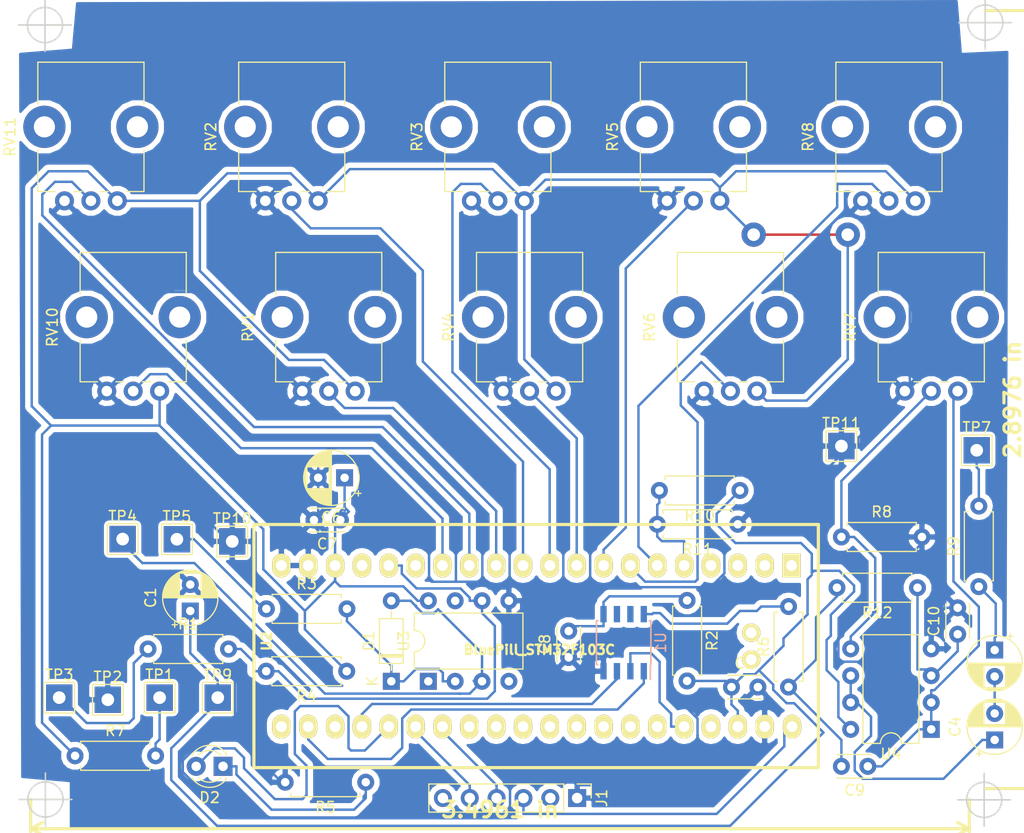
<source format=kicad_pcb>
(kicad_pcb (version 20171130) (host pcbnew 5.0.2+dfsg1-1~bpo9+1)
  (layers (0 F.Cu signal) (31 B.Cu signal) (34 B.Paste user hide) (35 F.Paste user hide) (36 B.SilkS user hide) (37 F.SilkS user hide) (38 B.Mask user) (39 F.Mask user hide) (44 Edge.Cuts user hide))
  (net 0 "")
  (net 1 "Net-(D1-Pad1)")
  (net 2 "Net-(D1-Pad2)")
  (net 3 "Net-(RV6-Pad2)")
  (net 4 "Net-(RV5-Pad2)")
  (net 5 "Net-(RV4-Pad2)")
  (net 6 "Net-(RV3-Pad2)")
  (net 7 "Net-(RV2-Pad2)")
  (net 8 "Net-(RV1-Pad2)")
  (net 9 "Net-(R1-Pad2)")
  (net 10 +3V3)
  (net 11 GND)
  (net 12 "Net-(D2-Pad2)")
  (net 13 "Net-(J1-Pad4)")
  (net 14 "Net-(J1-Pad3)")
  (net 15 "Net-(D2-Pad1)")
  (net 16 "Net-(R1-Pad1)")
  (net 17 "Net-(R3-Pad1)")
  (net 18 "Net-(R8-Pad1)")
  (net 19 "Net-(RV8-Pad2)")
  (net 20 "Net-(J1-Pad5)")
  (net 21 DAC_out)
  (net 22 "Net-(R7-Pad2)")
  (net 23 "Net-(RV10-Pad2)")
  (net 24 "Net-(RV11-Pad2)")
  (net 25 "Net-(U1-Pad2)")
  (net 26 "Net-(U1-Pad3)")
  (net 27 "Net-(C4-Pad1)")
  (net 28 "Net-(C4-Pad2)")
  (net 29 "Net-(C5-Pad1)")
  (net 30 "Net-(R9-Pad2)")
  (net 31 "Net-(R10-Pad2)")
  (net 32 "Net-(C9-Pad2)")
  (net 33 "Net-(C10-Pad1)")
  (net 34 batt+)
  (net 35 "Net-(R6-Pad2)")
  (net 36 "Net-(U1-Pad1)")
  (net 37 "Net-(C8-Pad2)")
  (module BluePill_breakouts:BluePill_STM32F103C (layer F.Cu) (at 119.23 73.5 270)
    (fp_text reference U2 (at 7.1628 49.6062 90) (layer F.SilkS) (effects (font (size 0.889 0.889) (thickness 0.3048))))
    (fp_text value BluePill_STM32F103C (at 7.9756 23.7998) (layer F.SilkS) (effects (font (size 0.889 0.889) (thickness 0.22225))))
    (pad 1 thru_hole rect (at 0 -0.0508 180) (size 1.7272 2.25) (drill 1.016) (layers *.Cu *.Mask F.SilkS))
    (pad 2 thru_hole oval (at 0 2.4892 180) (size 1.7272 2.25) (drill 1.016) (layers *.Cu *.Mask F.SilkS))
    (pad 3 thru_hole oval (at 0 5.0292 180) (size 1.7272 2.25) (drill 1.016) (layers *.Cu *.Mask F.SilkS))
    (pad 4 thru_hole oval (at 0 7.5692 180) (size 1.7272 2.25) (drill 1.016) (layers *.Cu *.Mask F.SilkS))
    (pad 5 thru_hole oval (at 0 10.1092 180) (size 1.7272 2.25) (drill 1.016) (layers *.Cu *.Mask F.SilkS) (net 31 "Net-(R10-Pad2)"))
    (pad 6 thru_hole oval (at 0 12.6492 180) (size 1.7272 2.25) (drill 1.016) (layers *.Cu *.Mask F.SilkS) (net 19 "Net-(RV8-Pad2)"))
    (pad 7 thru_hole oval (at 0 15.1892 180) (size 1.7272 2.25) (drill 1.016) (layers *.Cu *.Mask F.SilkS) (net 3 "Net-(RV6-Pad2)"))
    (pad 8 thru_hole oval (at 0 17.7292 180) (size 1.7272 2.25) (drill 1.016) (layers *.Cu *.Mask F.SilkS) (net 4 "Net-(RV5-Pad2)"))
    (pad 9 thru_hole oval (at 0 20.2692 180) (size 1.7272 2.25) (drill 1.016) (layers *.Cu *.Mask F.SilkS) (net 5 "Net-(RV4-Pad2)"))
    (pad 10 thru_hole oval (at 0 22.8092 180) (size 1.7272 2.25) (drill 1.016) (layers *.Cu *.Mask F.SilkS) (net 6 "Net-(RV3-Pad2)"))
    (pad 11 thru_hole oval (at 0 25.3492 180) (size 1.7272 2.25) (drill 1.016) (layers *.Cu *.Mask F.SilkS) (net 7 "Net-(RV2-Pad2)"))
    (pad 12 thru_hole oval (at 0 27.8892 180) (size 1.7272 2.25) (drill 1.016) (layers *.Cu *.Mask F.SilkS) (net 8 "Net-(RV1-Pad2)"))
    (pad 13 thru_hole oval (at 0 30.4292 180) (size 1.7272 2.25) (drill 1.016) (layers *.Cu *.Mask F.SilkS) (net 24 "Net-(RV11-Pad2)"))
    (pad 14 thru_hole oval (at 0 32.9692 180) (size 1.7272 2.25) (drill 1.016) (layers *.Cu *.Mask F.SilkS) (net 23 "Net-(RV10-Pad2)"))
    (pad 15 thru_hole oval (at 0 35.5092 180) (size 1.7272 2.25) (drill 1.016) (layers *.Cu *.Mask F.SilkS))
    (pad 16 thru_hole oval (at 0 38.0492 180) (size 1.7272 2.25) (drill 1.016) (layers *.Cu *.Mask F.SilkS) (net 9 "Net-(R1-Pad2)"))
    (pad 17 thru_hole oval (at 0 40.5892 180) (size 1.7272 2.25) (drill 1.016) (layers *.Cu *.Mask F.SilkS))
    (pad 18 thru_hole oval (at 0 43.1292 180) (size 1.7272 2.25) (drill 1.016) (layers *.Cu *.Mask F.SilkS) (net 10 +3V3))
    (pad 19 thru_hole oval (at 0 45.6692 180) (size 1.7272 2.25) (drill 1.016) (layers *.Cu *.Mask F.SilkS) (net 11 GND))
    (pad 20 thru_hole oval (at 0 48.2092 180) (size 1.7272 2.25) (drill 1.016) (layers *.Cu *.Mask F.SilkS) (net 11 GND))
    (pad 21 thru_hole oval (at 15.24 48.2092) (size 1.7272 2.25) (drill 1.016) (layers *.Cu *.Mask F.SilkS))
    (pad 22 thru_hole oval (at 15.24 45.6692) (size 1.7272 2.25) (drill 1.016) (layers *.Cu *.Mask F.SilkS) (net 36 "Net-(U1-Pad1)"))
    (pad 23 thru_hole oval (at 15.24 43.1292) (size 1.7272 2.25) (drill 1.016) (layers *.Cu *.Mask F.SilkS))
    (pad 24 thru_hole oval (at 15.24 40.5892) (size 1.7272 2.25) (drill 1.016) (layers *.Cu *.Mask F.SilkS) (net 26 "Net-(U1-Pad3)"))
    (pad 25 thru_hole oval (at 15.24 38.0492) (size 1.7272 2.25) (drill 1.016) (layers *.Cu *.Mask F.SilkS) (net 12 "Net-(D2-Pad2)"))
    (pad 26 thru_hole oval (at 15.24 35.5092) (size 1.7272 2.25) (drill 1.016) (layers *.Cu *.Mask F.SilkS) (net 20 "Net-(J1-Pad5)"))
    (pad 27 thru_hole oval (at 15.24 32.9692) (size 1.7272 2.25) (drill 1.016) (layers *.Cu *.Mask F.SilkS) (net 13 "Net-(J1-Pad4)"))
    (pad 28 thru_hole oval (at 15.24 30.4292) (size 1.7272 2.25) (drill 1.016) (layers *.Cu *.Mask F.SilkS))
    (pad 29 thru_hole oval (at 15.24 27.8892) (size 1.7272 2.25) (drill 1.016) (layers *.Cu *.Mask F.SilkS))
    (pad 30 thru_hole oval (at 15.24 25.3492) (size 1.7272 2.25) (drill 1.016) (layers *.Cu *.Mask F.SilkS))
    (pad 31 thru_hole oval (at 15.24 22.8092) (size 1.7272 2.25) (drill 1.016) (layers *.Cu *.Mask F.SilkS))
    (pad 32 thru_hole oval (at 15.24 20.2692) (size 1.7272 2.25) (drill 1.016) (layers *.Cu *.Mask F.SilkS))
    (pad 33 thru_hole oval (at 15.24 17.7292) (size 1.7272 2.25) (drill 1.016) (layers *.Cu *.Mask F.SilkS))
    (pad 34 thru_hole oval (at 15.24 15.1892) (size 1.7272 2.25) (drill 1.016) (layers *.Cu *.Mask F.SilkS))
    (pad 35 thru_hole oval (at 15.24 12.6492) (size 1.7272 2.25) (drill 1.016) (layers *.Cu *.Mask F.SilkS))
    (pad 36 thru_hole oval (at 15.24 10.1092) (size 1.7272 2.25) (drill 1.016) (layers *.Cu *.Mask F.SilkS) (net 25 "Net-(U1-Pad2)"))
    (pad 37 thru_hole oval (at 15.24 7.5692) (size 1.7272 2.25) (drill 1.016) (layers *.Cu *.Mask F.SilkS))
    (pad 38 thru_hole oval (at 15.24 5.0292) (size 1.7272 2.25) (drill 1.016) (layers *.Cu *.Mask F.SilkS) (net 34 batt+))
    (pad 39 thru_hole oval (at 15.24 2.4892) (size 1.7272 2.25) (drill 1.016) (layers *.Cu *.Mask F.SilkS) (net 11 GND))
    (pad 40 thru_hole oval (at 15.24 -0.1016) (size 1.7272 2.25) (drill 1.016) (layers *.Cu *.Mask F.SilkS) (net 14 "Net-(J1-Pad3)"))
    (pad 41 thru_hole oval (at 8.9 3.7592) (size 1.7272 1.7272) (drill 1.016) (layers *.Cu *.Mask F.SilkS))
    (pad 42 thru_hole oval (at 6.36 3.7592) (size 1.7272 1.7272) (drill 1.016) (layers *.Cu *.Mask F.SilkS))
  )
  (module Diode_THT:D_DO-35_SOD27_P7.62mm_Horizontal (layer F.Cu) (at 81.4206 84.4555 90)
    (fp_text reference D1 (at 3.81 -2.12 90) (layer F.SilkS))
    (fp_text value 1N914)
    (fp_text user K (at 0 -1.8 90) (layer F.SilkS))
    (pad 1 thru_hole rect (at 0 0 90) (size 1.6 1.6) (drill 0.8) (layers *.Cu *.Mask) (net 1 "Net-(D1-Pad1)"))
    (pad 2 thru_hole oval (at 7.62 0 90) (size 1.6 1.6) (drill 0.8) (layers *.Cu *.Mask) (net 2 "Net-(D1-Pad2)"))
  )
  (module LED_THT:LED_D3.0mm (layer F.Cu) (at 65.5 92.5 180)
    (fp_text reference D2 (at 1.27 -2.96 180) (layer F.SilkS))
    (fp_text value LED)
    (pad 1 thru_hole rect (at 0 0 180) (size 1.8 1.8) (drill 0.9) (layers *.Cu *.Mask) (net 15 "Net-(D2-Pad1)"))
    (pad 2 thru_hole circle (at 2.54 0 180) (size 1.8 1.8) (drill 0.9) (layers *.Cu *.Mask) (net 12 "Net-(D2-Pad2)"))
  )
  (module Resistor_THT:R_Axial_DIN0207_L6.3mm_D2.5mm_P7.62mm_Horizontal (layer F.Cu) (at 58.4 81.4)
    (fp_text reference R1 (at 3.81 -2.37) (layer F.SilkS))
    (fp_text value 10)
    (pad 1 thru_hole circle (at 0 0) (size 1.6 1.6) (drill 0.8) (layers *.Cu *.Mask) (net 16 "Net-(R1-Pad1)"))
    (pad 2 thru_hole oval (at 7.62 0) (size 1.6 1.6) (drill 0.8) (layers *.Cu *.Mask) (net 9 "Net-(R1-Pad2)"))
  )
  (module Resistor_THT:R_Axial_DIN0207_L6.3mm_D2.5mm_P7.62mm_Horizontal (layer F.Cu) (at 109.4 76.8 270)
    (fp_text reference R2 (at 3.81 -2.37 270) (layer F.SilkS))
    (fp_text value 10)
    (pad 1 thru_hole circle (at 0 0 270) (size 1.6 1.6) (drill 0.8) (layers *.Cu *.Mask) (net 37 "Net-(C8-Pad2)"))
    (pad 2 thru_hole oval (at 7.62 0 270) (size 1.6 1.6) (drill 0.8) (layers *.Cu *.Mask) (net 34 batt+))
  )
  (module Resistor_THT:R_Axial_DIN0207_L6.3mm_D2.5mm_P7.62mm_Horizontal (layer F.Cu) (at 69.6 77.6)
    (fp_text reference R3 (at 3.81 -2.37) (layer F.SilkS))
    (fp_text value 220)
    (pad 2 thru_hole oval (at 7.62 0) (size 1.6 1.6) (drill 0.8) (layers *.Cu *.Mask) (net 1 "Net-(D1-Pad1)"))
    (pad 1 thru_hole circle (at 0 0) (size 1.6 1.6) (drill 0.8) (layers *.Cu *.Mask) (net 17 "Net-(R3-Pad1)"))
  )
  (module Resistor_THT:R_Axial_DIN0207_L6.3mm_D2.5mm_P7.62mm_Horizontal (layer F.Cu) (at 77.2 83.5 180)
    (fp_text reference R4 (at 3.81 -2.37 180) (layer F.SilkS))
    (fp_text value 220)
    (pad 1 thru_hole circle (at 0 0 180) (size 1.6 1.6) (drill 0.8) (layers *.Cu *.Mask) (net 10 +3V3))
    (pad 2 thru_hole oval (at 7.62 0 180) (size 1.6 1.6) (drill 0.8) (layers *.Cu *.Mask) (net 9 "Net-(R1-Pad2)"))
  )
  (module Resistor_THT:R_Axial_DIN0207_L6.3mm_D2.5mm_P7.62mm_Horizontal (layer F.Cu) (at 79 94 180)
    (fp_text reference R5 (at 3.81 -2.37 180) (layer F.SilkS))
    (fp_text value 220)
    (pad 1 thru_hole circle (at 0 0 180) (size 1.6 1.6) (drill 0.8) (layers *.Cu *.Mask) (net 15 "Net-(D2-Pad1)"))
    (pad 2 thru_hole oval (at 7.62 0 180) (size 1.6 1.6) (drill 0.8) (layers *.Cu *.Mask) (net 11 GND))
  )
  (module Resistor_THT:R_Axial_DIN0207_L6.3mm_D2.5mm_P7.62mm_Horizontal (layer F.Cu) (at 119 85 90)
    (fp_text reference R6 (at 3.81 -2.37 90) (layer F.SilkS))
    (fp_text value 7.5k)
    (pad 2 thru_hole oval (at 7.62 0 90) (size 1.6 1.6) (drill 0.8) (layers *.Cu *.Mask) (net 35 "Net-(R6-Pad2)"))
    (pad 1 thru_hole circle (at 0 0 90) (size 1.6 1.6) (drill 0.8) (layers *.Cu *.Mask) (net 32 "Net-(C9-Pad2)"))
  )
  (module Potentiometer_THT:Potentiometer_Alps_RK09K_Single_Vertical (layer F.Cu) (at 78 57 90)
    (fp_text reference RV1 (at 6.05 -10.15 90) (layer F.SilkS))
    (fp_text value 10K)
    (pad "" np_thru_hole circle (at 7 1.9 90) (size 4 4) (drill 2) (layers *.Cu *.Mask))
    (pad "" np_thru_hole circle (at 7 -6.9 90) (size 4 4) (drill 2) (layers *.Cu *.Mask))
    (pad 1 thru_hole circle (at 0 0 90) (size 1.8 1.8) (drill 1) (layers *.Cu *.Mask) (net 10 +3V3))
    (pad 2 thru_hole circle (at 0 -2.5 90) (size 1.8 1.8) (drill 1) (layers *.Cu *.Mask) (net 8 "Net-(RV1-Pad2)"))
    (pad 3 thru_hole circle (at 0 -5 90) (size 1.8 1.8) (drill 1) (layers *.Cu *.Mask) (net 11 GND))
  )
  (module Potentiometer_THT:Potentiometer_Alps_RK09K_Single_Vertical (layer F.Cu) (at 74.5 39 90)
    (fp_text reference RV2 (at 6.05 -10.15 90) (layer F.SilkS))
    (fp_text value 10K)
    (pad 3 thru_hole circle (at 0 -5 90) (size 1.8 1.8) (drill 1) (layers *.Cu *.Mask) (net 11 GND))
    (pad 2 thru_hole circle (at 0 -2.5 90) (size 1.8 1.8) (drill 1) (layers *.Cu *.Mask) (net 7 "Net-(RV2-Pad2)"))
    (pad 1 thru_hole circle (at 0 0 90) (size 1.8 1.8) (drill 1) (layers *.Cu *.Mask) (net 10 +3V3))
    (pad "" np_thru_hole circle (at 7 -6.9 90) (size 4 4) (drill 2) (layers *.Cu *.Mask))
    (pad "" np_thru_hole circle (at 7 1.9 90) (size 4 4) (drill 2) (layers *.Cu *.Mask))
  )
  (module Potentiometer_THT:Potentiometer_Alps_RK09K_Single_Vertical (layer F.Cu) (at 94 39 90)
    (fp_text reference RV3 (at 6.05 -10.15 90) (layer F.SilkS))
    (fp_text value 10K)
    (pad 3 thru_hole circle (at 0 -5 90) (size 1.8 1.8) (drill 1) (layers *.Cu *.Mask) (net 11 GND))
    (pad 2 thru_hole circle (at 0 -2.5 90) (size 1.8 1.8) (drill 1) (layers *.Cu *.Mask) (net 6 "Net-(RV3-Pad2)"))
    (pad 1 thru_hole circle (at 0 0 90) (size 1.8 1.8) (drill 1) (layers *.Cu *.Mask) (net 10 +3V3))
    (pad "" np_thru_hole circle (at 7 -6.9 90) (size 4 4) (drill 2) (layers *.Cu *.Mask))
    (pad "" np_thru_hole circle (at 7 1.9 90) (size 4 4) (drill 2) (layers *.Cu *.Mask))
  )
  (module Potentiometer_THT:Potentiometer_Alps_RK09K_Single_Vertical (layer F.Cu) (at 97 57 90)
    (fp_text reference RV4 (at 6.05 -10.15 90) (layer F.SilkS))
    (fp_text value 10K)
    (pad "" np_thru_hole circle (at 7 1.9 90) (size 4 4) (drill 2) (layers *.Cu *.Mask))
    (pad "" np_thru_hole circle (at 7 -6.9 90) (size 4 4) (drill 2) (layers *.Cu *.Mask))
    (pad 1 thru_hole circle (at 0 0 90) (size 1.8 1.8) (drill 1) (layers *.Cu *.Mask) (net 10 +3V3))
    (pad 2 thru_hole circle (at 0 -2.5 90) (size 1.8 1.8) (drill 1) (layers *.Cu *.Mask) (net 5 "Net-(RV4-Pad2)"))
    (pad 3 thru_hole circle (at 0 -5 90) (size 1.8 1.8) (drill 1) (layers *.Cu *.Mask) (net 11 GND))
  )
  (module Potentiometer_THT:Potentiometer_Alps_RK09K_Single_Vertical (layer F.Cu) (at 112.5 39 90)
    (fp_text reference RV5 (at 6.05 -10.15 90) (layer F.SilkS))
    (fp_text value 10K)
    (pad 3 thru_hole circle (at 0 -5 90) (size 1.8 1.8) (drill 1) (layers *.Cu *.Mask) (net 11 GND))
    (pad 2 thru_hole circle (at 0 -2.5 90) (size 1.8 1.8) (drill 1) (layers *.Cu *.Mask) (net 4 "Net-(RV5-Pad2)"))
    (pad 1 thru_hole circle (at 0 0 90) (size 1.8 1.8) (drill 1) (layers *.Cu *.Mask) (net 10 +3V3))
    (pad "" np_thru_hole circle (at 7 -6.9 90) (size 4 4) (drill 2) (layers *.Cu *.Mask))
    (pad "" np_thru_hole circle (at 7 1.9 90) (size 4 4) (drill 2) (layers *.Cu *.Mask))
  )
  (module Potentiometer_THT:Potentiometer_Alps_RK09K_Single_Vertical (layer F.Cu) (at 116 57 90)
    (fp_text reference RV6 (at 6.05 -10.15 90) (layer F.SilkS))
    (fp_text value 10K)
    (pad "" np_thru_hole circle (at 7 1.9 90) (size 4 4) (drill 2) (layers *.Cu *.Mask))
    (pad "" np_thru_hole circle (at 7 -6.9 90) (size 4 4) (drill 2) (layers *.Cu *.Mask))
    (pad 1 thru_hole circle (at 0 0 90) (size 1.8 1.8) (drill 1) (layers *.Cu *.Mask) (net 10 +3V3))
    (pad 2 thru_hole circle (at 0 -2.5 90) (size 1.8 1.8) (drill 1) (layers *.Cu *.Mask) (net 3 "Net-(RV6-Pad2)"))
    (pad 3 thru_hole circle (at 0 -5 90) (size 1.8 1.8) (drill 1) (layers *.Cu *.Mask) (net 11 GND))
  )
  (module Potentiometer_THT:Potentiometer_Alps_RK09K_Single_Vertical (layer F.Cu) (at 135 57 90)
    (fp_text reference RV7 (at 6.05 -10.15 90) (layer F.SilkS))
    (fp_text value 10K)
    (pad 3 thru_hole circle (at 0 -5 90) (size 1.8 1.8) (drill 1) (layers *.Cu *.Mask) (net 11 GND))
    (pad 2 thru_hole circle (at 0 -2.5 90) (size 1.8 1.8) (drill 1) (layers *.Cu *.Mask) (net 18 "Net-(R8-Pad1)"))
    (pad 1 thru_hole circle (at 0 0 90) (size 1.8 1.8) (drill 1) (layers *.Cu *.Mask) (net 21 DAC_out))
    (pad "" np_thru_hole circle (at 7 -6.9 90) (size 4 4) (drill 2) (layers *.Cu *.Mask))
    (pad "" np_thru_hole circle (at 7 1.9 90) (size 4 4) (drill 2) (layers *.Cu *.Mask))
  )
  (module Potentiometer_THT:Potentiometer_Alps_RK09K_Single_Vertical (layer F.Cu) (at 131 39 90)
    (fp_text reference RV8 (at 6.05 -10.15 90) (layer F.SilkS))
    (fp_text value 10K)
    (pad "" np_thru_hole circle (at 7 1.9 90) (size 4 4) (drill 2) (layers *.Cu *.Mask))
    (pad "" np_thru_hole circle (at 7 -6.9 90) (size 4 4) (drill 2) (layers *.Cu *.Mask))
    (pad 1 thru_hole circle (at 0 0 90) (size 1.8 1.8) (drill 1) (layers *.Cu *.Mask) (net 10 +3V3))
    (pad 2 thru_hole circle (at 0 -2.5 90) (size 1.8 1.8) (drill 1) (layers *.Cu *.Mask) (net 19 "Net-(RV8-Pad2)"))
    (pad 3 thru_hole circle (at 0 -5 90) (size 1.8 1.8) (drill 1) (layers *.Cu *.Mask) (net 11 GND))
  )
  (module TestPoint:TestPoint_THTPad_2.5x2.5mm_Drill1.2mm (layer F.Cu) (at 59.5 86)
    (fp_text reference TP1 (at 0 -2.148) (layer F.SilkS))
    (fp_text value T4)
    (pad 1 thru_hole rect (at 0 0) (size 2.5 2.5) (drill 1.2) (layers *.Cu *.Mask) (net 22 "Net-(R7-Pad2)"))
  )
  (module TestPoint:TestPoint_THTPad_2.5x2.5mm_Drill1.2mm (layer F.Cu) (at 54.6 86.2)
    (fp_text reference TP2 (at 0 -2.148) (layer F.SilkS))
    (fp_text value T2)
    (pad 1 thru_hole rect (at 0 0) (size 2.5 2.5) (drill 1.2) (layers *.Cu *.Mask) (net 11 GND))
  )
  (module TestPoint:TestPoint_THTPad_2.5x2.5mm_Drill1.2mm (layer F.Cu) (at 50 86)
    (fp_text reference TP3 (at 0 -2.148) (layer F.SilkS))
    (fp_text value T5)
    (pad 1 thru_hole rect (at 0 0) (size 2.5 2.5) (drill 1.2) (layers *.Cu *.Mask) (net 16 "Net-(R1-Pad1)"))
  )
  (module TestPoint:TestPoint_THTPad_2.5x2.5mm_Drill1.2mm (layer F.Cu) (at 56 71)
    (fp_text reference TP4 (at 0 -2.148) (layer F.SilkS))
    (fp_text value IN5)
    (pad 1 thru_hole rect (at 0 0) (size 2.5 2.5) (drill 1.2) (layers *.Cu *.Mask) (net 2 "Net-(D1-Pad2)"))
  )
  (module TestPoint:TestPoint_THTPad_2.5x2.5mm_Drill1.2mm (layer F.Cu) (at 61.1364 71.0184)
    (fp_text reference TP5 (at 0 -2.148) (layer F.SilkS))
    (fp_text value IN4)
    (pad 1 thru_hole rect (at 0 0) (size 2.5 2.5) (drill 1.2) (layers *.Cu *.Mask) (net 17 "Net-(R3-Pad1)"))
  )
  (module TestPoint:TestPoint_THTPad_2.5x2.5mm_Drill1.2mm (layer F.Cu) (at 136.8 62.6)
    (fp_text reference TP7 (at 0 -2.148) (layer F.SilkS))
    (fp_text value out1)
    (pad 1 thru_hole rect (at 0 0) (size 2.5 2.5) (drill 1.2) (layers *.Cu *.Mask) (net 30 "Net-(R9-Pad2)"))
  )
  (module TestPoint:TestPoint_THTPad_2.5x2.5mm_Drill1.2mm (layer F.Cu) (at 65 86)
    (fp_text reference TP9 (at 0 -2.148) (layer F.SilkS))
    (fp_text value Batt+)
    (pad 1 thru_hole rect (at 0 0) (size 2.5 2.5) (drill 1.2) (layers *.Cu *.Mask) (net 34 batt+))
  )
  (module TestPoint:TestPoint_THTPad_2.5x2.5mm_Drill1.2mm (layer F.Cu) (at 66.3688 71.2216)
    (fp_text reference TP10 (at 0 -2.148) (layer F.SilkS))
    (fp_text value Batt-)
    (pad 1 thru_hole rect (at 0 0) (size 2.5 2.5) (drill 1.2) (layers *.Cu *.Mask) (net 11 GND))
  )
  (module TestPoint:TestPoint_THTPad_2.5x2.5mm_Drill1.2mm (layer F.Cu) (at 124 62.2)
    (fp_text reference TP11 (at 0 -2.148) (layer F.SilkS))
    (fp_text value GND)
    (pad 1 thru_hole rect (at 0 0) (size 2.5 2.5) (drill 1.2) (layers *.Cu *.Mask) (net 11 GND))
  )
  (module Resistor_THT:R_Axial_DIN0207_L6.3mm_D2.5mm_P7.62mm_Horizontal (layer F.Cu) (at 124 70.8)
    (fp_text reference R8 (at 3.81 -2.37) (layer F.SilkS))
    (fp_text value 1k)
    (pad 2 thru_hole oval (at 7.62 0) (size 1.6 1.6) (drill 0.8) (layers *.Cu *.Mask) (net 11 GND))
    (pad 1 thru_hole circle (at 0 0) (size 1.6 1.6) (drill 0.8) (layers *.Cu *.Mask) (net 18 "Net-(R8-Pad1)"))
  )
  (module Connector_PinHeader_2.54mm:PinHeader_1x06_P2.54mm_Vertical (layer F.Cu) (at 99 95.5 270)
    (fp_text reference J1 (at 0 -2.33 270) (layer F.SilkS))
    (fp_text value GND)
    (pad 1 thru_hole rect (at 0 0 270) (size 1.7 1.7) (drill 1) (layers *.Cu *.Mask) (net 11 GND))
    (pad 2 thru_hole oval (at 0 2.54 270) (size 1.7 1.7) (drill 1) (layers *.Cu *.Mask))
    (pad 3 thru_hole oval (at 0 5.08 270) (size 1.7 1.7) (drill 1) (layers *.Cu *.Mask) (net 14 "Net-(J1-Pad3)"))
    (pad 4 thru_hole oval (at 0 7.62 270) (size 1.7 1.7) (drill 1) (layers *.Cu *.Mask) (net 13 "Net-(J1-Pad4)"))
    (pad 5 thru_hole oval (at 0 10.16 270) (size 1.7 1.7) (drill 1) (layers *.Cu *.Mask) (net 20 "Net-(J1-Pad5)"))
    (pad 6 thru_hole oval (at 0 12.7 270) (size 1.7 1.7) (drill 1) (layers *.Cu *.Mask))
  )
  (module Resistor_THT:R_Axial_DIN0207_L6.3mm_D2.5mm_P7.62mm_Horizontal (layer F.Cu) (at 51.5 91.5)
    (fp_text reference R7 (at 3.81 -2.37) (layer F.SilkS))
    (fp_text value 33)
    (pad 1 thru_hole circle (at 0 0) (size 1.6 1.6) (drill 0.8) (layers *.Cu *.Mask) (net 10 +3V3))
    (pad 2 thru_hole oval (at 7.62 0) (size 1.6 1.6) (drill 0.8) (layers *.Cu *.Mask) (net 22 "Net-(R7-Pad2)"))
  )
  (module Potentiometer_THT:Potentiometer_Alps_RK09K_Single_Vertical (layer F.Cu) (at 59.5 57 90)
    (fp_text reference RV10 (at 6.05 -10.15 90) (layer F.SilkS))
    (fp_text value 10K)
    (pad "" np_thru_hole circle (at 7 1.9 90) (size 4 4) (drill 2) (layers *.Cu *.Mask))
    (pad "" np_thru_hole circle (at 7 -6.9 90) (size 4 4) (drill 2) (layers *.Cu *.Mask))
    (pad 1 thru_hole circle (at 0 0 90) (size 1.8 1.8) (drill 1) (layers *.Cu *.Mask) (net 10 +3V3))
    (pad 2 thru_hole circle (at 0 -2.5 90) (size 1.8 1.8) (drill 1) (layers *.Cu *.Mask) (net 23 "Net-(RV10-Pad2)"))
    (pad 3 thru_hole circle (at 0 -5 90) (size 1.8 1.8) (drill 1) (layers *.Cu *.Mask) (net 11 GND))
  )
  (module Potentiometer_THT:Potentiometer_Alps_RK09K_Single_Vertical (layer F.Cu) (at 55.5 39 90)
    (fp_text reference RV11 (at 6.05 -10.15 90) (layer F.SilkS))
    (fp_text value 10K)
    (pad 3 thru_hole circle (at 0 -5 90) (size 1.8 1.8) (drill 1) (layers *.Cu *.Mask) (net 11 GND))
    (pad 2 thru_hole circle (at 0 -2.5 90) (size 1.8 1.8) (drill 1) (layers *.Cu *.Mask) (net 24 "Net-(RV11-Pad2)"))
    (pad 1 thru_hole circle (at 0 0 90) (size 1.8 1.8) (drill 1) (layers *.Cu *.Mask) (net 10 +3V3))
    (pad "" np_thru_hole circle (at 7 -6.9 90) (size 4 4) (drill 2) (layers *.Cu *.Mask))
    (pad "" np_thru_hole circle (at 7 1.9 90) (size 4 4) (drill 2) (layers *.Cu *.Mask))
  )
  (module Package_DIP:DIP-8_W7.62mm (layer F.Cu) (at 84.9206 84.4555 90)
    (fp_text reference U3 (at 3.81 -2.33 90) (layer F.SilkS))
    (fp_text value 6N138)
    (pad 8 thru_hole oval (at 7.62 0 90) (size 1.6 1.6) (drill 0.8) (layers *.Cu *.Mask) (net 10 +3V3))
    (pad 4 thru_hole oval (at 0 7.62 90) (size 1.6 1.6) (drill 0.8) (layers *.Cu *.Mask))
    (pad 7 thru_hole oval (at 7.62 2.54 90) (size 1.6 1.6) (drill 0.8) (layers *.Cu *.Mask))
    (pad 3 thru_hole oval (at 0 5.08 90) (size 1.6 1.6) (drill 0.8) (layers *.Cu *.Mask) (net 2 "Net-(D1-Pad2)"))
    (pad 6 thru_hole oval (at 7.62 5.08 90) (size 1.6 1.6) (drill 0.8) (layers *.Cu *.Mask) (net 9 "Net-(R1-Pad2)"))
    (pad 2 thru_hole oval (at 0 2.54 90) (size 1.6 1.6) (drill 0.8) (layers *.Cu *.Mask) (net 1 "Net-(D1-Pad1)"))
    (pad 5 thru_hole oval (at 7.62 7.62 90) (size 1.6 1.6) (drill 0.8) (layers *.Cu *.Mask) (net 11 GND))
    (pad 1 thru_hole rect (at 0 0 90) (size 1.6 1.6) (drill 0.8) (layers *.Cu *.Mask))
  )
  (module Capacitor_THT:CP_Radial_D5.0mm_P2.50mm (layer F.Cu) (at 62.4 77.8 90)
    (fp_text reference C1 (at 1.25 -3.75 90) (layer F.SilkS))
    (fp_text value 100u_chem)
    (pad 1 thru_hole rect (at 0 0 90) (size 1.6 1.6) (drill 0.8) (layers *.Cu *.Mask) (net 34 batt+))
    (pad 2 thru_hole circle (at 2.5 0 90) (size 1.6 1.6) (drill 0.8) (layers *.Cu *.Mask) (net 11 GND))
  )
  (module Capacitor_THT:CP_Radial_D5.0mm_P2.50mm (layer F.Cu) (at 138.5 90 90)
    (fp_text reference C4 (at 1.25 -3.75 90) (layer F.SilkS))
    (fp_text value 10u)
    (pad 1 thru_hole rect (at 0 0 90) (size 1.6 1.6) (drill 0.8) (layers *.Cu *.Mask) (net 27 "Net-(C4-Pad1)"))
    (pad 2 thru_hole circle (at 2.5 0 90) (size 1.6 1.6) (drill 0.8) (layers *.Cu *.Mask) (net 28 "Net-(C4-Pad2)"))
  )
  (module Capacitor_THT:CP_Radial_D5.0mm_P2.50mm (layer F.Cu) (at 138.5 81.5 270)
    (fp_text reference C5 (at 1.25 -3.75 270) (layer F.SilkS))
    (fp_text value 10u)
    (pad 2 thru_hole circle (at 2.5 0 270) (size 1.6 1.6) (drill 0.8) (layers *.Cu *.Mask) (net 28 "Net-(C4-Pad2)"))
    (pad 1 thru_hole rect (at 0 0 270) (size 1.6 1.6) (drill 0.8) (layers *.Cu *.Mask) (net 29 "Net-(C5-Pad1)"))
  )
  (module Resistor_THT:R_Axial_DIN0207_L6.3mm_D2.5mm_P7.62mm_Horizontal (layer F.Cu) (at 137 75.5 90)
    (fp_text reference R9 (at 3.81 -2.37 90) (layer F.SilkS))
    (fp_text value 100R)
    (pad 1 thru_hole circle (at 0 0 90) (size 1.6 1.6) (drill 0.8) (layers *.Cu *.Mask) (net 29 "Net-(C5-Pad1)"))
    (pad 2 thru_hole oval (at 7.62 0 90) (size 1.6 1.6) (drill 0.8) (layers *.Cu *.Mask) (net 30 "Net-(R9-Pad2)"))
  )
  (module Package_DIP:DIP-8_W7.62mm (layer F.Cu) (at 132.5 89 180)
    (fp_text reference U4 (at 3.81 -2.33 180) (layer F.SilkS))
    (fp_text value LM358)
    (pad 1 thru_hole rect (at 0 0 180) (size 1.6 1.6) (drill 0.8) (layers *.Cu *.Mask) (net 21 DAC_out))
    (pad 5 thru_hole oval (at 7.62 7.62 180) (size 1.6 1.6) (drill 0.8) (layers *.Cu *.Mask) (net 18 "Net-(R8-Pad1)"))
    (pad 2 thru_hole oval (at 0 2.54 180) (size 1.6 1.6) (drill 0.8) (layers *.Cu *.Mask) (net 21 DAC_out))
    (pad 6 thru_hole oval (at 7.62 5.08 180) (size 1.6 1.6) (drill 0.8) (layers *.Cu *.Mask) (net 27 "Net-(C4-Pad1)"))
    (pad 3 thru_hole oval (at 0 5.08 180) (size 1.6 1.6) (drill 0.8) (layers *.Cu *.Mask) (net 33 "Net-(C10-Pad1)"))
    (pad 7 thru_hole oval (at 7.62 2.54 180) (size 1.6 1.6) (drill 0.8) (layers *.Cu *.Mask) (net 27 "Net-(C4-Pad1)"))
    (pad 4 thru_hole oval (at 0 7.62 180) (size 1.6 1.6) (drill 0.8) (layers *.Cu *.Mask) (net 11 GND))
    (pad 8 thru_hole oval (at 7.62 0 180) (size 1.6 1.6) (drill 0.8) (layers *.Cu *.Mask) (net 34 batt+))
  )
  (module Resistor_THT:R_Axial_DIN0207_L6.3mm_D2.5mm_P7.62mm_Horizontal (layer F.Cu) (at 114.4 66.4 180)
    (fp_text reference R10 (at 3.81 -2.37 180) (layer F.SilkS))
    (fp_text value 22k)
    (pad 2 thru_hole oval (at 7.62 0 180) (size 1.6 1.6) (drill 0.8) (layers *.Cu *.Mask) (net 31 "Net-(R10-Pad2)"))
    (pad 1 thru_hole circle (at 0 0 180) (size 1.6 1.6) (drill 0.8) (layers *.Cu *.Mask) (net 34 batt+))
  )
  (module Resistor_THT:R_Axial_DIN0207_L6.3mm_D2.5mm_P7.62mm_Horizontal (layer F.Cu) (at 114.2 69.6 180)
    (fp_text reference R11 (at 3.81 -2.37 180) (layer F.SilkS))
    (fp_text value 22k)
    (pad 1 thru_hole circle (at 0 0 180) (size 1.6 1.6) (drill 0.8) (layers *.Cu *.Mask) (net 11 GND))
    (pad 2 thru_hole oval (at 7.62 0 180) (size 1.6 1.6) (drill 0.8) (layers *.Cu *.Mask) (net 31 "Net-(R10-Pad2)"))
  )
  (module Capacitor_THT:CP_Radial_D5.0mm_P2.50mm (layer F.Cu) (at 77 65.2 180)
    (fp_text reference C6 (at 1.25 -3.75 180) (layer F.SilkS))
    (fp_text value "100u chem")
    (pad 1 thru_hole rect (at 0 0 180) (size 1.6 1.6) (drill 0.8) (layers *.Cu *.Mask) (net 10 +3V3))
    (pad 2 thru_hole circle (at 2.5 0 180) (size 1.6 1.6) (drill 0.8) (layers *.Cu *.Mask) (net 11 GND))
  )
  (module Capacitor_THT:C_Disc_D3.0mm_W2.0mm_P2.50mm (layer F.Cu) (at 76.6 69.2 180)
    (fp_text reference C7 (at 1.25 -2.25 180) (layer F.SilkS))
    (fp_text value "0.1u ceram")
    (pad 1 thru_hole circle (at 0 0 180) (size 1.6 1.6) (drill 0.8) (layers *.Cu *.Mask) (net 10 +3V3))
    (pad 2 thru_hole circle (at 2.5 0 180) (size 1.6 1.6) (drill 0.8) (layers *.Cu *.Mask) (net 11 GND))
  )
  (module Capacitor_THT:C_Disc_D3.0mm_W2.0mm_P2.50mm (layer F.Cu) (at 113.6 85)
    (fp_text reference C2 (at 1.25 -2.25) (layer F.SilkS))
    (fp_text value "0.1u ceram")
    (pad 2 thru_hole circle (at 2.5 0) (size 1.6 1.6) (drill 0.8) (layers *.Cu *.Mask) (net 11 GND))
    (pad 1 thru_hole circle (at 0 0) (size 1.6 1.6) (drill 0.8) (layers *.Cu *.Mask) (net 34 batt+))
  )
  (module Capacitor_THT:C_Disc_D3.0mm_W2.0mm_P2.50mm (layer F.Cu) (at 98.2 82.2 90)
    (fp_text reference C8 (at 1.25 -2.25 90) (layer F.SilkS))
    (fp_text value 100n)
    (pad 1 thru_hole circle (at 0 0 90) (size 1.6 1.6) (drill 0.8) (layers *.Cu *.Mask) (net 11 GND))
    (pad 2 thru_hole circle (at 2.5 0 90) (size 1.6 1.6) (drill 0.8) (layers *.Cu *.Mask) (net 37 "Net-(C8-Pad2)"))
  )
  (module Capacitor_THT:C_Disc_D3.0mm_W2.0mm_P2.50mm (layer F.Cu) (at 126.5 92.5 180)
    (fp_text reference C9 (at 1.25 -2.25 180) (layer F.SilkS))
    (fp_text value 1000p)
    (pad 1 thru_hole circle (at 0 0 180) (size 1.6 1.6) (drill 0.8) (layers *.Cu *.Mask) (net 21 DAC_out))
    (pad 2 thru_hole circle (at 2.5 0 180) (size 1.6 1.6) (drill 0.8) (layers *.Cu *.Mask) (net 32 "Net-(C9-Pad2)"))
  )
  (module Capacitor_THT:C_Disc_D3.0mm_W2.0mm_P2.50mm (layer F.Cu) (at 135 80 90)
    (fp_text reference C10 (at 1.25 -2.25 90) (layer F.SilkS))
    (fp_text value 470p)
    (pad 2 thru_hole circle (at 2.5 0 90) (size 1.6 1.6) (drill 0.8) (layers *.Cu *.Mask) (net 11 GND))
    (pad 1 thru_hole circle (at 0 0 90) (size 1.6 1.6) (drill 0.8) (layers *.Cu *.Mask) (net 33 "Net-(C10-Pad1)"))
  )
  (module Resistor_THT:R_Axial_DIN0207_L6.3mm_D2.5mm_P7.62mm_Horizontal (layer F.Cu) (at 131.2 75.6 180)
    (fp_text reference R12 (at 3.81 -2.37 180) (layer F.SilkS))
    (fp_text value 7.5k)
    (pad 1 thru_hole circle (at 0 0 180) (size 1.6 1.6) (drill 0.8) (layers *.Cu *.Mask) (net 33 "Net-(C10-Pad1)"))
    (pad 2 thru_hole oval (at 7.62 0 180) (size 1.6 1.6) (drill 0.8) (layers *.Cu *.Mask) (net 32 "Net-(C9-Pad2)"))
  )
  (module Package_SO:SOIC-8_3.9x4.9mm_P1.27mm (layer B.Cu) (at 103.4 80.8 90)
    (fp_text reference U1 (at 0 3.5 90) (layer B.SilkS) (effects (justify mirror)))
    (fp_text value PT8211)
    (pad 1 smd rect (at -2.7 1.905 90) (size 1.55 0.6) (layers B.Cu B.Paste B.Mask) (net 36 "Net-(U1-Pad1)"))
    (pad 2 smd rect (at -2.7 0.635 90) (size 1.55 0.6) (layers B.Cu B.Paste B.Mask) (net 25 "Net-(U1-Pad2)"))
    (pad 3 smd rect (at -2.7 -0.635 90) (size 1.55 0.6) (layers B.Cu B.Paste B.Mask) (net 26 "Net-(U1-Pad3)"))
    (pad 4 smd rect (at -2.7 -1.905 90) (size 1.55 0.6) (layers B.Cu B.Paste B.Mask) (net 11 GND))
    (pad 5 smd rect (at 2.7 -1.905 90) (size 1.55 0.6) (layers B.Cu B.Paste B.Mask) (net 37 "Net-(C8-Pad2)"))
    (pad 6 smd rect (at 2.7 -0.635 90) (size 1.55 0.6) (layers B.Cu B.Paste B.Mask))
    (pad 7 smd rect (at 2.7 0.635 90) (size 1.55 0.6) (layers B.Cu B.Paste B.Mask))
    (pad 8 smd rect (at 2.7 1.905 90) (size 1.55 0.6) (layers B.Cu B.Paste B.Mask) (net 35 "Net-(R6-Pad2)"))
  )
  (dimension 100.011249 (width 0.3) (layer F.SilkS) (gr_text "100,011 mm" (at 93.395086 16.9) (layer F.SilkS) (effects (font (size 1.5 1.5) (thickness 0.3)))) (feature1 (pts (xy 143.400711 19.5) (xy 143.400711 18.413579))) (feature2 (pts (xy 43.389462 19.5) (xy 43.389462 18.413579))) (crossbar (pts (xy 43.389462 19) (xy 143.400711 19))) (arrow1a (pts (xy 143.400711 19) (xy 142.274207 19.586421))) (arrow1b (pts (xy 143.400711 19) (xy 142.274207 18.413579))) (arrow2a (pts (xy 43.389462 19) (xy 44.515966 19.586421))) (arrow2b (pts (xy 43.389462 19) (xy 44.515966 18.413579))))
  (dimension 80.006249 (width 0.3) (layer F.SilkS) (gr_text "80,006 mm" (at 40.808362 59.033593 270) (layer F.SilkS) (effects (font (size 1.5 1.5) (thickness 0.3)))) (feature1 (pts (xy 43.408361 99.036718) (xy 42.321941 99.036718))) (feature2 (pts (xy 43.408361 19.030469) (xy 42.321941 19.030469))) (crossbar (pts (xy 42.908362 19.030469) (xy 42.908362 99.036718))) (arrow1a (pts (xy 42.908362 99.036718) (xy 42.321941 97.910214))) (arrow1b (pts (xy 42.908362 99.036718) (xy 43.494783 97.910214))) (arrow2a (pts (xy 42.908362 19.030469) (xy 42.321941 20.156973))) (arrow2b (pts (xy 42.908362 19.030469) (xy 43.494783 20.156973))))
  (dimension 88.8 (width 0.3) (layer F.SilkS) (gr_text "88,800 mm" (at 91.7 100.5) (layer F.SilkS) (effects (font (size 1.5 1.5) (thickness 0.3)))) (feature1 (pts (xy 47.3 95.6) (xy 47.3 98.986421))) (feature2 (pts (xy 136.1 95.6) (xy 136.1 98.986421))) (crossbar (pts (xy 136.1 98.4) (xy 47.3 98.4))) (arrow1a (pts (xy 47.3 98.4) (xy 48.426504 97.813579))) (arrow1b (pts (xy 47.3 98.4) (xy 48.426504 98.986421))) (arrow2a (pts (xy 136.1 98.4) (xy 134.973496 97.813579))) (arrow2b (pts (xy 136.1 98.4) (xy 134.973496 98.986421))))
  (dimension 73.6 (width 0.3) (layer F.SilkS) (gr_text "73,600 mm" (at 144.095385 57.8 270) (layer F.SilkS) (effects (font (size 1.5 1.5) (thickness 0.3)))) (feature1 (pts (xy 137.6 94.6) (xy 142.581806 94.6))) (feature2 (pts (xy 137.6 21) (xy 142.581806 21))) (crossbar (pts (xy 141.995385 21) (xy 141.995385 94.6))) (arrow1a (pts (xy 141.995385 94.6) (xy 141.408964 93.473496))) (arrow1b (pts (xy 141.995385 94.6) (xy 142.581806 93.473496))) (arrow2a (pts (xy 141.995385 21) (xy 141.408964 22.126504))) (arrow2b (pts (xy 141.995385 21) (xy 142.581806 22.126504))))
  (target plus (at 137.606637 22.140277) (size 5) (width 0.15) (layer Edge.Cuts))
  (target plus (at 48.656069 22.36536) (size 5) (width 0.15) (layer Edge.Cuts))
  (target plus (at 48.696677 95.633755) (size 5) (width 0.15) (layer Edge.Cuts))
  (target plus (at 137.504583 95.66998) (size 5) (width 0.15) (layer Edge.Cuts))
  (segment (start 86.2953 84.4555) (end 86.2953 83.6544) (width 0.23) (layer B.Cu) (net 1))
  (segment (start 86.2953 83.6544) (end 85.9311 83.2902) (width 0.23) (layer B.Cu) (net 1))
  (segment (start 85.9311 83.2902) (end 83.7512 83.2902) (width 0.23) (layer B.Cu) (net 1))
  (segment (start 83.7512 83.2902) (end 82.5859 84.4555) (width 0.23) (layer B.Cu) (net 1))
  (segment (start 87.4606 84.4555) (end 86.2953 84.4555) (width 0.23) (layer B.Cu) (net 1))
  (segment (start 81.4206 84.4555) (end 82.5859 84.4555) (width 0.23) (layer B.Cu) (net 1))
  (segment (start 77.22 78.7653) (end 81.4206 82.9659) (width 0.23) (layer B.Cu) (net 1))
  (segment (start 81.4206 82.9659) (end 81.4206 84.4555) (width 0.23) (layer B.Cu) (net 1))
  (segment (start 77.22 77.6) (end 77.22 78.7653) (width 0.23) (layer B.Cu) (net 1))
  (segment (start 90.0006 84.4555) (end 89.418 84.4555) (width 0.23) (layer B.Cu) (net 2))
  (segment (start 89.418 84.4555) (end 89.2625 84.4555) (width 0.23) (layer B.Cu) (net 2))
  (segment (start 89.2625 84.4555) (end 89.2128 84.4057) (width 0.23) (layer B.Cu) (net 2))
  (segment (start 83.235502 76.8355) (end 82.5859 76.8355) (width 0.23) (layer B.Cu) (net 2))
  (segment (start 83.715511 77.315509) (end 83.235502 76.8355) (width 0.23) (layer B.Cu) (net 2))
  (segment (start 82.5859 76.8355) (end 81.4206 76.8355) (width 0.23) (layer B.Cu) (net 2))
  (segment (start 83.755599 77.31551) (end 83.715511 77.315509) (width 0.23) (layer B.Cu) (net 2))
  (segment (start 83.755599 77.394701) (end 83.755599 77.31551) (width 0.23) (layer B.Cu) (net 2))
  (segment (start 90.0006 81.8006) (end 85.840151 77.640151) (width 0.23) (layer B.Cu) (net 2))
  (segment (start 84.361399 78.000501) (end 83.755599 77.394701) (width 0.23) (layer B.Cu) (net 2))
  (segment (start 85.840151 77.640151) (end 85.479801 78.000501) (width 0.23) (layer B.Cu) (net 2))
  (segment (start 90.0006 84.4555) (end 90.0006 81.8006) (width 0.23) (layer B.Cu) (net 2))
  (segment (start 85.479801 78.000501) (end 84.361399 78.000501) (width 0.23) (layer B.Cu) (net 2))
  (segment (start 90.0006 84.4555) (end 88.8353 85.6208) (width 0.23) (layer B.Cu) (net 2))
  (segment (start 88.8353 85.6208) (end 87.8 85.6208) (width 0.23) (layer B.Cu) (net 2))
  (segment (start 87.9977 85.6208) (end 87.8 85.6208) (width 0.23) (layer B.Cu) (net 2))
  (segment (start 56 71.4) (end 56 71) (width 0.23) (layer B.Cu) (net 2))
  (segment (start 87.8 85.6208) (end 75.1386 85.6208) (width 0.23) (layer B.Cu) (net 2))
  (segment (start 75.1386 85.6208) (end 62.7849 73.2671) (width 0.23) (layer B.Cu) (net 2))
  (segment (start 62.7849 73.2671) (end 57.8671 73.2671) (width 0.23) (layer B.Cu) (net 2))
  (segment (start 57.8671 73.2671) (end 56 71.4) (width 0.23) (layer B.Cu) (net 2))
  (segment (start 105.4302 75.0302) (end 104.0408 73.6408) (width 0.23) (layer B.Cu) (net 3))
  (segment (start 110.1698 75.0302) (end 105.4302 75.0302) (width 0.23) (layer B.Cu) (net 3))
  (segment (start 104.0408 73.6408) (end 104.0408 73.5) (width 0.23) (layer B.Cu) (net 3))
  (segment (start 110.3908 74.8092) (end 110.1698 75.0302) (width 0.23) (layer B.Cu) (net 3))
  (segment (start 110.3908 59.9459) (end 110.3908 74.8092) (width 0.23) (layer B.Cu) (net 3))
  (segment (start 108.8 58.3551) (end 110.3908 59.9459) (width 0.23) (layer B.Cu) (net 3))
  (segment (start 113.5 57) (end 110.75 54.25) (width 0.23) (layer B.Cu) (net 3))
  (segment (start 110.75 54.25) (end 108.8 56.2) (width 0.23) (layer B.Cu) (net 3))
  (segment (start 108.8 56.2) (end 108.8 58.3551) (width 0.23) (layer B.Cu) (net 3))
  (segment (start 103.6 45.4) (end 110 39) (width 0.23) (layer B.Cu) (net 4))
  (segment (start 103.6 69.9105) (end 103.6 45.4) (width 0.23) (layer B.Cu) (net 4))
  (segment (start 101.5008 72.0097) (end 103.6 69.9105) (width 0.23) (layer B.Cu) (net 4))
  (segment (start 101.5008 73.5) (end 101.5008 72.0097) (width 0.23) (layer B.Cu) (net 4))
  (segment (start 94.5 57) (end 98.9608 61.4608) (width 0.23) (layer B.Cu) (net 5))
  (segment (start 98.9608 61.4608) (end 98.9608 73.5) (width 0.23) (layer B.Cu) (net 5))
  (segment (start 89.9 37.4) (end 91.5 39) (width 0.23) (layer B.Cu) (net 6))
  (segment (start 88 37.4) (end 89.9 37.4) (width 0.23) (layer B.Cu) (net 6))
  (segment (start 87.2 38.2) (end 88 37.4) (width 0.23) (layer B.Cu) (net 6))
  (segment (start 96.4208 73.5) (end 96.4 73.5) (width 0.23) (layer B.Cu) (net 6))
  (segment (start 96.4 64.4) (end 87.2 55.2) (width 0.23) (layer B.Cu) (net 6))
  (segment (start 96.4 73.5) (end 96.4 64.4) (width 0.23) (layer B.Cu) (net 6))
  (segment (start 87.2 55.2) (end 87.2 38.2) (width 0.23) (layer B.Cu) (net 6))
  (segment (start 93.8808 63.6808) (end 93.8808 73.5) (width 0.23) (layer B.Cu) (net 7))
  (segment (start 84.4 54.2) (end 93.8808 63.6808) (width 0.23) (layer B.Cu) (net 7))
  (segment (start 84.4 45.6) (end 84.4 54.2) (width 0.23) (layer B.Cu) (net 7))
  (segment (start 72 39) (end 72 39.8) (width 0.23) (layer B.Cu) (net 7))
  (segment (start 73.8 41.6) (end 80.4 41.6) (width 0.23) (layer B.Cu) (net 7))
  (segment (start 72 39.8) (end 73.8 41.6) (width 0.23) (layer B.Cu) (net 7))
  (segment (start 80.4 41.6) (end 84.4 45.6) (width 0.23) (layer B.Cu) (net 7))
  (segment (start 75.5 57.1) (end 75.5 57) (width 0.23) (layer B.Cu) (net 8))
  (segment (start 91.3408 73.5) (end 91.3408 68.3408) (width 0.23) (layer B.Cu) (net 8))
  (segment (start 91.3408 68.3408) (end 81.6 58.6) (width 0.23) (layer B.Cu) (net 8))
  (segment (start 81.6 58.6) (end 77 58.6) (width 0.23) (layer B.Cu) (net 8))
  (segment (start 77 58.6) (end 75.5 57.1) (width 0.23) (layer B.Cu) (net 8))
  (segment (start 68.4147 83.5) (end 68.4147 82.6294) (width 0.23) (layer B.Cu) (net 9))
  (segment (start 68.4147 82.6294) (end 67.1853 81.4) (width 0.23) (layer B.Cu) (net 9))
  (segment (start 66.02 81.4) (end 67.1853 81.4) (width 0.23) (layer B.Cu) (net 9))
  (segment (start 69.58 83.5) (end 68.4147 83.5) (width 0.23) (layer B.Cu) (net 9))
  (segment (start 88.8353 76.8355) (end 88.8353 76.5441) (width 0.23) (layer B.Cu) (net 9))
  (segment (start 88.8353 76.5441) (end 87.9614 75.6702) (width 0.23) (layer B.Cu) (net 9))
  (segment (start 87.9614 75.6702) (end 83.8093 75.6702) (width 0.23) (layer B.Cu) (net 9))
  (segment (start 83.8093 75.6702) (end 82.4097 74.2706) (width 0.23) (layer B.Cu) (net 9))
  (segment (start 82.4097 74.2706) (end 82.4097 73.5) (width 0.23) (layer B.Cu) (net 9))
  (segment (start 90.0006 76.8355) (end 88.8353 76.8355) (width 0.23) (layer B.Cu) (net 9))
  (segment (start 81.1808 73.5) (end 82.4097 73.5) (width 0.23) (layer B.Cu) (net 9))
  (segment (start 70.7453 83.5) (end 69.58 83.5) (width 0.23) (layer B.Cu) (net 9))
  (segment (start 73.3465 86.1012) (end 70.7453 83.5) (width 0.23) (layer B.Cu) (net 9))
  (segment (start 90.4988 86.1012) (end 73.3465 86.1012) (width 0.23) (layer B.Cu) (net 9))
  (segment (start 90.0006 76.8355) (end 90.0006 78.0008) (width 0.23) (layer B.Cu) (net 9))
  (segment (start 90.0006 78.0008) (end 91.2105 79.2107) (width 0.23) (layer B.Cu) (net 9))
  (segment (start 91.2105 79.2107) (end 91.2105 85.3895) (width 0.23) (layer B.Cu) (net 9))
  (segment (start 91.2105 85.3895) (end 90.4988 86.1012) (width 0.23) (layer B.Cu) (net 9))
  (segment (start 112.5 37.7347) (end 112.5 39) (width 0.23) (layer B.Cu) (net 10))
  (segment (start 78 57) (end 75.05 54.05) (width 0.23) (layer B.Cu) (net 10))
  (segment (start 75.05 54.05) (end 71.7326 54.05) (width 0.23) (layer B.Cu) (net 10))
  (segment (start 71.7326 54.05) (end 63.3054 45.6228) (width 0.23) (layer B.Cu) (net 10))
  (segment (start 63.3054 45.6228) (end 63.3054 39) (width 0.23) (layer B.Cu) (net 10))
  (segment (start 63.3054 39) (end 55.5 39) (width 0.23) (layer B.Cu) (net 10))
  (segment (start 97 57) (end 94 54) (width 0.23) (layer B.Cu) (net 10))
  (segment (start 94 54) (end 94 39) (width 0.23) (layer B.Cu) (net 10))
  (segment (start 77 68) (end 76.1008 68.8992) (width 0.23) (layer B.Cu) (net 10))
  (segment (start 76.1008 68.8992) (end 76.1008 73.5) (width 0.23) (layer B.Cu) (net 10))
  (segment (start 76.1008 74.9903) (end 76.049 74.9903) (width 0.23) (layer B.Cu) (net 10))
  (segment (start 76.049 74.9903) (end 73.2442 77.7951) (width 0.23) (layer B.Cu) (net 10))
  (segment (start 73.2442 77.7951) (end 73.2441 77.7952) (width 0.23) (layer B.Cu) (net 10))
  (segment (start 73.2441 77.7952) (end 73.2441 79.5441) (width 0.23) (layer B.Cu) (net 10))
  (segment (start 73.2441 79.5441) (end 77.2 83.5) (width 0.23) (layer B.Cu) (net 10))
  (segment (start 76.1008 74.8702) (end 76.1008 74.9902) (width 0.23) (layer B.Cu) (net 10))
  (segment (start 76.1008 74.9902) (end 76.1008 74.9903) (width 0.23) (layer B.Cu) (net 10))
  (segment (start 76.1008 73.5) (end 76.1008 74.8702) (width 0.23) (layer B.Cu) (net 10))
  (segment (start 51.5 91.5) (end 48.3778 88.3778) (width 0.23) (layer B.Cu) (net 10))
  (segment (start 48.3778 88.3778) (end 48.3778 61.1128) (width 0.23) (layer B.Cu) (net 10))
  (segment (start 48.3778 61.1128) (end 49.2312 60.2594) (width 0.23) (layer B.Cu) (net 10))
  (segment (start 59.5 57) (end 59.5 60.2594) (width 0.23) (layer B.Cu) (net 10))
  (segment (start 49.2312 60.2594) (end 59.5 60.2594) (width 0.23) (layer B.Cu) (net 10))
  (segment (start 59.5 60.2594) (end 69.3116 70.071) (width 0.23) (layer B.Cu) (net 10))
  (segment (start 69.3116 70.071) (end 69.3116 73.8626) (width 0.23) (layer B.Cu) (net 10))
  (segment (start 69.3116 73.8626) (end 73.2442 77.7951) (width 0.23) (layer B.Cu) (net 10))
  (segment (start 112.5 39) (end 115.7 42.2) (width 0.23) (layer B.Cu) (net 10))
  (segment (start 115.7 42.2) (end 115.7 42.2) (width 0.23) (layer B.Cu) (net 10))
  (via (at 115.7 42.2) (size 2.3) (drill 1.2) (layers F.Cu B.Cu) (net 10))
  (segment (start 116.899999 57.899999) (end 120.700001 57.899999) (width 0.23) (layer B.Cu) (net 10))
  (segment (start 116 57) (end 116.899999 57.899999) (width 0.23) (layer B.Cu) (net 10))
  (segment (start 120.700001 57.899999) (end 124.6 54) (width 0.23) (layer B.Cu) (net 10))
  (segment (start 124.6 54) (end 124.6 42.2) (width 0.23) (layer B.Cu) (net 10))
  (segment (start 124.6 42.8) (end 124.6 42.2) (width 0.23) (layer B.Cu) (net 10))
  (segment (start 124.6 42.2) (end 124.6 42.8) (width 0.23) (layer B.Cu) (net 10))
  (via (at 124.6 42.2) (size 2.3) (drill 1.2) (layers F.Cu B.Cu) (net 10))
  (segment (start 122.973655 42.2) (end 115.7 42.2) (width 0.23) (layer F.Cu) (net 10))
  (segment (start 124.6 42.2) (end 122.973655 42.2) (width 0.23) (layer F.Cu) (net 10))
  (segment (start 77 68.8) (end 76.6 69.2) (width 0.23) (layer B.Cu) (net 10))
  (segment (start 77 65.2) (end 77 68.8) (width 0.23) (layer B.Cu) (net 10))
  (segment (start 47.4 58.4282) (end 49.2312 60.2594) (width 0.23) (layer B.Cu) (net 10))
  (segment (start 55.5 39) (end 52.7 36.2) (width 0.23) (layer B.Cu) (net 10))
  (segment (start 52.7 36.2) (end 49 36.2) (width 0.23) (layer B.Cu) (net 10))
  (segment (start 49 36.2) (end 47.4 37.8) (width 0.23) (layer B.Cu) (net 10))
  (segment (start 47.4 37.8) (end 47.4 58.4282) (width 0.23) (layer B.Cu) (net 10))
  (segment (start 71.9 36.4) (end 74.5 39) (width 0.23) (layer B.Cu) (net 10))
  (segment (start 65.9054 36.4) (end 71.9 36.4) (width 0.23) (layer B.Cu) (net 10))
  (segment (start 63.3054 39) (end 65.9054 36.4) (width 0.23) (layer B.Cu) (net 10))
  (segment (start 91 36) (end 94 39) (width 0.23) (layer B.Cu) (net 10))
  (segment (start 77.5 36) (end 91 36) (width 0.23) (layer B.Cu) (net 10))
  (segment (start 74.5 39) (end 77.5 36) (width 0.23) (layer B.Cu) (net 10))
  (segment (start 96 37) (end 94 39) (width 0.23) (layer B.Cu) (net 10))
  (segment (start 111.7653 37) (end 96 37) (width 0.23) (layer B.Cu) (net 10))
  (segment (start 112.5 37.7347) (end 111.7653 37) (width 0.23) (layer B.Cu) (net 10))
  (segment (start 114.0347 36.2) (end 112.5 37.7347) (width 0.23) (layer B.Cu) (net 10))
  (segment (start 128.2 36.2) (end 114.0347 36.2) (width 0.23) (layer B.Cu) (net 10))
  (segment (start 131 39) (end 128.2 36.2) (width 0.23) (layer B.Cu) (net 10))
  (segment (start 77.399999 68.399999) (end 77 68) (width 0.23) (layer B.Cu) (net 10))
  (segment (start 76.6 69.2) (end 77.399999 68.399999) (width 0.23) (layer B.Cu) (net 10))
  (segment (start 76.5813 75.4707) (end 76.1008 74.9902) (width 0.23) (layer B.Cu) (net 10))
  (segment (start 84.9206 76.8355) (end 83.914338 76.8355) (width 0.23) (layer B.Cu) (net 10))
  (segment (start 83.914338 76.8355) (end 82.549538 75.4707) (width 0.23) (layer B.Cu) (net 10))
  (segment (start 82.549538 75.4707) (end 76.5813 75.4707) (width 0.23) (layer B.Cu) (net 10))
  (segment (start 92.5406 75.6702) (end 90.6635 75.6702) (width 0.23) (layer B.Cu) (net 11))
  (segment (start 90.6635 75.6702) (end 90.0298 75.0365) (width 0.23) (layer B.Cu) (net 11))
  (segment (start 50.5 39) (end 59.1225 47.6225) (width 0.23) (layer B.Cu) (net 11))
  (segment (start 59.1225 47.6225) (end 63.6225 47.6225) (width 0.23) (layer B.Cu) (net 11))
  (segment (start 63.6225 47.6225) (end 73 57) (width 0.23) (layer B.Cu) (net 11))
  (segment (start 124 62.2) (end 124.8077 62.2) (width 0.23) (layer B.Cu) (net 11))
  (segment (start 124.8077 62.2) (end 125.6153 62.2) (width 0.23) (layer B.Cu) (net 11))
  (segment (start 126 39) (end 130.4726 43.4726) (width 0.23) (layer B.Cu) (net 11))
  (segment (start 130.4726 43.4726) (end 130.4726 56.5274) (width 0.23) (layer B.Cu) (net 11))
  (segment (start 130.4726 56.5274) (end 130 57) (width 0.23) (layer B.Cu) (net 11))
  (segment (start 118.7131 65.0869) (end 114.2 69.6) (width 0.23) (layer B.Cu) (net 11))
  (segment (start 116.1 85) (end 116.7408 85.6408) (width 0.23) (layer B.Cu) (net 11))
  (segment (start 116.7408 85.6408) (end 116.7408 88.74) (width 0.23) (layer B.Cu) (net 11))
  (segment (start 98.2 82.2) (end 98.3597 82.3597) (width 0.23) (layer B.Cu) (net 11))
  (segment (start 98.3597 82.3597) (end 101.495 82.3597) (width 0.23) (layer B.Cu) (net 11))
  (segment (start 98.2 82.2) (end 93.7059 77.7059) (width 0.23) (layer B.Cu) (net 11))
  (segment (start 93.7059 77.7059) (end 93.7059 76.8355) (width 0.23) (layer B.Cu) (net 11))
  (segment (start 101.495 82.9298) (end 101.495 82.84) (width 0.23) (layer B.Cu) (net 11))
  (segment (start 101.495 83.5) (end 101.495 82.9298) (width 0.23) (layer B.Cu) (net 11))
  (segment (start 111 57) (end 111 57.3739) (width 0.23) (layer B.Cu) (net 11))
  (segment (start 111 57.3739) (end 116.3801 62.7539) (width 0.23) (layer B.Cu) (net 11))
  (segment (start 116.3801 62.7539) (end 118.7131 65.0869) (width 0.23) (layer B.Cu) (net 11))
  (segment (start 89 39) (end 92.4951 42.4951) (width 0.23) (layer B.Cu) (net 11))
  (segment (start 92.4951 42.4951) (end 92.4951 56.5049) (width 0.23) (layer B.Cu) (net 11))
  (segment (start 92.4951 56.5049) (end 92 57) (width 0.23) (layer B.Cu) (net 11))
  (segment (start 71.0208 73.5) (end 73.5608 73.5) (width 0.23) (layer B.Cu) (net 11))
  (segment (start 135 77.5) (end 133.8346 77.5) (width 0.23) (layer B.Cu) (net 11))
  (segment (start 133.8346 77.5) (end 132.5 78.8346) (width 0.23) (layer B.Cu) (net 11))
  (segment (start 132.5 78.8346) (end 132.5 81.38) (width 0.23) (layer B.Cu) (net 11))
  (segment (start 131.62 71.9653) (end 133.8346 74.1799) (width 0.23) (layer B.Cu) (net 11))
  (segment (start 133.8346 74.1799) (end 133.8346 77.5) (width 0.23) (layer B.Cu) (net 11))
  (segment (start 101.495 82.84) (end 101.495 82.4798) (width 0.23) (layer B.Cu) (net 11))
  (segment (start 101.495 82.4798) (end 101.495 82.3597) (width 0.23) (layer B.Cu) (net 11))
  (segment (start 92.7164 76.8355) (end 93.7059 76.8355) (width 0.23) (layer B.Cu) (net 11))
  (segment (start 125.6153 62.2) (end 125.6153 61.3847) (width 0.23) (layer B.Cu) (net 11))
  (segment (start 125.6153 61.3847) (end 130 57) (width 0.23) (layer B.Cu) (net 11))
  (segment (start 100.2308 75.3906) (end 97.6908 75.3906) (width 0.23) (layer B.Cu) (net 11))
  (segment (start 97.6908 75.3906) (end 97.6908 62.6908) (width 0.23) (layer B.Cu) (net 11))
  (segment (start 97.6908 62.6908) (end 92 57) (width 0.23) (layer B.Cu) (net 11))
  (segment (start 131.62 70.8) (end 131.62 71.3826) (width 0.23) (layer B.Cu) (net 11))
  (segment (start 131.62 71.3826) (end 131.62 71.9653) (width 0.23) (layer B.Cu) (net 11))
  (segment (start 118.7131 65.0869) (end 118.7131 65.087) (width 0.23) (layer B.Cu) (net 11))
  (segment (start 118.7131 65.087) (end 121.9207 65.087) (width 0.23) (layer B.Cu) (net 11))
  (segment (start 121.9207 65.087) (end 124.8077 62.2) (width 0.23) (layer B.Cu) (net 11))
  (segment (start 99 95.5) (end 99 94.4048) (width 0.23) (layer B.Cu) (net 11))
  (segment (start 99 94.4048) (end 99 94.2847) (width 0.23) (layer B.Cu) (net 11))
  (segment (start 66.6317 89.7498) (end 66.7951 89.7498) (width 0.23) (layer B.Cu) (net 11))
  (segment (start 66.7951 89.7498) (end 71.38 94.3347) (width 0.23) (layer B.Cu) (net 11))
  (segment (start 54.6 86.2) (end 54.6 83.1) (width 0.23) (layer B.Cu) (net 11))
  (segment (start 54.6 83.1) (end 59.8252 77.8748) (width 0.23) (layer B.Cu) (net 11))
  (segment (start 59.8252 77.8748) (end 62.4 75.3) (width 0.23) (layer B.Cu) (net 11))
  (segment (start 97.6908 75.3906) (end 95.1508 75.3906) (width 0.23) (layer B.Cu) (net 11))
  (segment (start 95.1508 75.3906) (end 93.7059 76.8355) (width 0.23) (layer B.Cu) (net 11))
  (segment (start 92.5406 76.8355) (end 92.7164 76.8355) (width 0.23) (layer B.Cu) (net 11))
  (segment (start 92.5406 76.8355) (end 92.5406 75.6702) (width 0.23) (layer B.Cu) (net 11))
  (segment (start 90.0298 75.0365) (end 87.5308 75.0365) (width 0.23) (layer B.Cu) (net 11))
  (segment (start 92.6108 75.6) (end 92.5406 75.6702) (width 0.23) (layer B.Cu) (net 11))
  (segment (start 92.6108 67.4108) (end 92.6108 75.6) (width 0.23) (layer B.Cu) (net 11))
  (segment (start 69.5 39) (end 69.5 39.3) (width 0.23) (layer B.Cu) (net 11))
  (segment (start 76.4 51.2) (end 92.6108 67.4108) (width 0.23) (layer B.Cu) (net 11))
  (segment (start 69.5 39.3) (end 76.4 46.2) (width 0.23) (layer B.Cu) (net 11))
  (segment (start 76.4 46.2) (end 76.4 51.2) (width 0.23) (layer B.Cu) (net 11))
  (segment (start 66.0216 71.2216) (end 66.3688 71.2216) (width 0.23) (layer B.Cu) (net 11))
  (segment (start 62.2 67.4) (end 66.0216 71.2216) (width 0.23) (layer B.Cu) (net 11))
  (segment (start 59.8252 77.8748) (end 56.4748 77.8748) (width 0.23) (layer B.Cu) (net 11))
  (segment (start 56.4748 77.8748) (end 52.2 73.6) (width 0.23) (layer B.Cu) (net 11))
  (segment (start 52.2 73.6) (end 52.2 67.4) (width 0.23) (layer B.Cu) (net 11))
  (segment (start 52.2 67.4) (end 62.2 67.4) (width 0.23) (layer B.Cu) (net 11))
  (segment (start 66.6317 84.4317) (end 66.6317 89.7498) (width 0.23) (layer B.Cu) (net 11))
  (segment (start 64.0654 81.8654) (end 66.6317 84.4317) (width 0.23) (layer B.Cu) (net 11))
  (segment (start 64.0654 76.9654) (end 64.0654 81.8654) (width 0.23) (layer B.Cu) (net 11))
  (segment (start 62.4 75.3) (end 64.0654 76.9654) (width 0.23) (layer B.Cu) (net 11))
  (segment (start 116.7408 91.2) (end 116.7408 88.74) (width 0.23) (layer B.Cu) (net 11))
  (segment (start 110.3908 91.2) (end 116.7408 91.2) (width 0.23) (layer B.Cu) (net 11))
  (segment (start 110.3908 89.5368) (end 110.3908 91.2) (width 0.23) (layer B.Cu) (net 11))
  (segment (start 110.3908 91.0092) (end 110.3908 89.5368) (width 0.23) (layer B.Cu) (net 11))
  (segment (start 107.1153 94.2847) (end 110.3908 91.0092) (width 0.23) (layer B.Cu) (net 11))
  (segment (start 99 94.2847) (end 107.1153 94.2847) (width 0.23) (layer B.Cu) (net 11))
  (segment (start 111.4 66.2) (end 114.8461 62.7539) (width 0.23) (layer B.Cu) (net 11))
  (segment (start 111.4 69.9481) (end 111.4 66.2) (width 0.23) (layer B.Cu) (net 11))
  (segment (start 112.9308 71.4789) (end 111.4 69.9481) (width 0.23) (layer B.Cu) (net 11))
  (segment (start 114.8461 62.7539) (end 116.3801 62.7539) (width 0.23) (layer B.Cu) (net 11))
  (segment (start 100.2308 75.3906) (end 100.3918 75.5516) (width 0.23) (layer B.Cu) (net 11))
  (segment (start 100.3918 75.5516) (end 111.6259 75.5516) (width 0.23) (layer B.Cu) (net 11))
  (segment (start 111.6259 75.5516) (end 112.9308 74.2467) (width 0.23) (layer B.Cu) (net 11))
  (segment (start 112.9308 74.2467) (end 112.9308 71.4789) (width 0.23) (layer B.Cu) (net 11))
  (segment (start 121.9207 71.1207) (end 121.9207 65.087) (width 0.23) (layer B.Cu) (net 11))
  (segment (start 126 75.2) (end 121.9207 71.1207) (width 0.23) (layer B.Cu) (net 11))
  (segment (start 126 76.4873) (end 126 75.2) (width 0.23) (layer B.Cu) (net 11))
  (segment (start 131.62 71.3826) (end 129.2 73.8026) (width 0.23) (layer B.Cu) (net 11))
  (segment (start 129.2 73.8026) (end 129.2 79.6) (width 0.23) (layer B.Cu) (net 11))
  (segment (start 126.2 82.6) (end 123.8 82.6) (width 0.23) (layer B.Cu) (net 11))
  (segment (start 123.8 82.6) (end 123.7146 82.5146) (width 0.23) (layer B.Cu) (net 11))
  (segment (start 123.7146 82.5146) (end 123.7146 80.348) (width 0.23) (layer B.Cu) (net 11))
  (segment (start 129.2 79.6) (end 126.2 82.6) (width 0.23) (layer B.Cu) (net 11))
  (segment (start 123.7146 80.348) (end 124.195 79.8676) (width 0.23) (layer B.Cu) (net 11))
  (segment (start 124.195 79.8676) (end 124.195 78.2923) (width 0.23) (layer B.Cu) (net 11))
  (segment (start 124.195 78.2923) (end 126 76.4873) (width 0.23) (layer B.Cu) (net 11))
  (segment (start 90.0298 75.0365) (end 90.0298 68.6298) (width 0.23) (layer B.Cu) (net 11))
  (segment (start 73.4 57) (end 73 57) (width 0.23) (layer B.Cu) (net 11))
  (segment (start 80.8 59.4) (end 75.8 59.4) (width 0.23) (layer B.Cu) (net 11))
  (segment (start 90.0298 68.6298) (end 80.8 59.4) (width 0.23) (layer B.Cu) (net 11))
  (segment (start 75.8 59.4) (end 73.4 57) (width 0.23) (layer B.Cu) (net 11))
  (segment (start 73.5608 72.0097) (end 73.5608 73.5) (width 0.23) (layer B.Cu) (net 11))
  (segment (start 74.5 71.0705) (end 73.5608 72.0097) (width 0.23) (layer B.Cu) (net 11))
  (segment (start 74.7 63.6) (end 74.5 63.4) (width 0.23) (layer B.Cu) (net 11))
  (segment (start 79.3177 63.6) (end 74.7 63.6) (width 0.23) (layer B.Cu) (net 11))
  (segment (start 87.5308 75.0365) (end 85.2365 75.0365) (width 0.23) (layer B.Cu) (net 11))
  (segment (start 85.2365 75.0365) (end 84.9908 74.7908) (width 0.23) (layer B.Cu) (net 11))
  (segment (start 84.9908 69.2731) (end 79.3177 63.6) (width 0.23) (layer B.Cu) (net 11))
  (segment (start 84.9908 74.7908) (end 84.9908 69.2731) (width 0.23) (layer B.Cu) (net 11))
  (segment (start 57.1 54.4) (end 54.5 57) (width 0.23) (layer B.Cu) (net 11))
  (segment (start 60.937 54.4) (end 57.1 54.4) (width 0.23) (layer B.Cu) (net 11))
  (segment (start 87.5308 75.0365) (end 87.5308 68.7308) (width 0.23) (layer B.Cu) (net 11))
  (segment (start 87.5308 68.7308) (end 80.2 61.4) (width 0.23) (layer B.Cu) (net 11))
  (segment (start 80.2 61.4) (end 67.937 61.4) (width 0.23) (layer B.Cu) (net 11))
  (segment (start 67.937 61.4) (end 60.937 54.4) (width 0.23) (layer B.Cu) (net 11))
  (segment (start 110.3908 89.5368) (end 110.3908 87.9908) (width 0.23) (layer B.Cu) (net 11))
  (segment (start 103.0547 80.8) (end 101.495 82.3597) (width 0.23) (layer B.Cu) (net 11))
  (segment (start 110.3908 87.9908) (end 107.6 85.2) (width 0.23) (layer B.Cu) (net 11))
  (segment (start 106.2 80.8) (end 103.0547 80.8) (width 0.23) (layer B.Cu) (net 11))
  (segment (start 107.6 85.2) (end 107.6 82.2) (width 0.23) (layer B.Cu) (net 11))
  (segment (start 107.6 82.2) (end 106.2 80.8) (width 0.23) (layer B.Cu) (net 11))
  (segment (start 102 44.5) (end 102 62.1368) (width 0.23) (layer B.Cu) (net 11))
  (segment (start 100.2308 63.906) (end 100.2308 75.3906) (width 0.23) (layer B.Cu) (net 11))
  (segment (start 102 62.1368) (end 100.2308 63.906) (width 0.23) (layer B.Cu) (net 11))
  (segment (start 107.5 39) (end 102 44.5) (width 0.23) (layer B.Cu) (net 11))
  (segment (start 74.1 69.2) (end 74.1 69.8) (width 0.23) (layer B.Cu) (net 11))
  (segment (start 74.1 69.8) (end 74.5 70.2) (width 0.23) (layer B.Cu) (net 11))
  (segment (start 74.5 70.2) (end 74.5 71.0705) (width 0.23) (layer B.Cu) (net 11))
  (segment (start 74.5 63.4) (end 74.5 70.2) (width 0.23) (layer B.Cu) (net 11))
  (segment (start 63.8897 89.7498) (end 66.6317 89.7498) (width 0.23) (layer B.Cu) (net 11))
  (segment (start 61.6906 91.9489) (end 63.8897 89.7498) (width 0.23) (layer B.Cu) (net 11))
  (segment (start 61.6906 93.032) (end 61.6906 91.9489) (width 0.23) (layer B.Cu) (net 11))
  (segment (start 91.8 97.4) (end 66.0586 97.4) (width 0.23) (layer B.Cu) (net 11))
  (segment (start 99 94.2847) (end 98.1153 93.4) (width 0.23) (layer B.Cu) (net 11))
  (segment (start 98.1153 93.4) (end 92.65 93.4) (width 0.23) (layer B.Cu) (net 11))
  (segment (start 66.0586 97.4) (end 61.6906 93.032) (width 0.23) (layer B.Cu) (net 11))
  (segment (start 92.65 93.4) (end 92.65 96.55) (width 0.23) (layer B.Cu) (net 11))
  (segment (start 92.65 96.55) (end 91.8 97.4) (width 0.23) (layer B.Cu) (net 11))
  (segment (start 78.9208 91) (end 81.1808 88.74) (width 0.23) (layer B.Cu) (net 12))
  (segment (start 77.6 91) (end 78.9208 91) (width 0.23) (layer B.Cu) (net 12))
  (segment (start 77.3708 87.7708) (end 77.3708 90.7708) (width 0.23) (layer B.Cu) (net 12))
  (segment (start 72.8 86.8) (end 76.4 86.8) (width 0.23) (layer B.Cu) (net 12))
  (segment (start 72.2908 87.3092) (end 72.8 86.8) (width 0.23) (layer B.Cu) (net 12))
  (segment (start 66.6 90.8) (end 67.4859 91.6859) (width 0.23) (layer B.Cu) (net 12))
  (segment (start 77.3708 90.7708) (end 77.6 91) (width 0.23) (layer B.Cu) (net 12))
  (segment (start 64.66 90.8) (end 66.6 90.8) (width 0.23) (layer B.Cu) (net 12))
  (segment (start 67.4859 91.6859) (end 67.4859 92.6859) (width 0.23) (layer B.Cu) (net 12))
  (segment (start 76.4 86.8) (end 77.3708 87.7708) (width 0.23) (layer B.Cu) (net 12))
  (segment (start 62.96 92.5) (end 64.66 90.8) (width 0.23) (layer B.Cu) (net 12))
  (segment (start 67.4859 92.6859) (end 70.4 95.6) (width 0.23) (layer B.Cu) (net 12))
  (segment (start 70.4 95.6) (end 73.0083 95.6) (width 0.23) (layer B.Cu) (net 12))
  (segment (start 73.0083 95.6) (end 73.4 95.2083) (width 0.23) (layer B.Cu) (net 12))
  (segment (start 73.4 95.2083) (end 73.4 92.439) (width 0.23) (layer B.Cu) (net 12))
  (segment (start 72.2908 91.3298) (end 72.2908 87.3092) (width 0.23) (layer B.Cu) (net 12))
  (segment (start 73.4 92.439) (end 72.2908 91.3298) (width 0.23) (layer B.Cu) (net 12))
  (segment (start 91.38 94.2847) (end 86.2608 89.1655) (width 0.23) (layer B.Cu) (net 13))
  (segment (start 86.2608 89.1655) (end 86.2608 88.74) (width 0.23) (layer B.Cu) (net 13))
  (segment (start 91.38 95.5) (end 91.38 94.2847) (width 0.23) (layer B.Cu) (net 13))
  (segment (start 93.92 97) (end 93.92 95.5) (width 0.23) (layer B.Cu) (net 14))
  (segment (start 119.3316 88.74) (end 118.6 88.74) (width 0.23) (layer B.Cu) (net 14))
  (segment (start 118.6 88.74) (end 118.6 90.6) (width 0.23) (layer B.Cu) (net 14))
  (segment (start 118.6 90.6) (end 112.2 97) (width 0.23) (layer B.Cu) (net 14))
  (segment (start 112.2 97) (end 93.92 97) (width 0.23) (layer B.Cu) (net 14))
  (segment (start 65.5 92.5) (end 66.7653 92.5) (width 0.23) (layer B.Cu) (net 15))
  (segment (start 66.7653 92.5) (end 66.7653 93.274) (width 0.23) (layer B.Cu) (net 15))
  (segment (start 66.7653 93.274) (end 70.0913 96.6) (width 0.23) (layer B.Cu) (net 15))
  (segment (start 70.0913 96.6) (end 77.9 96.6) (width 0.23) (layer B.Cu) (net 15))
  (segment (start 78.8 95.33137) (end 78.8 95.7) (width 0.23) (layer B.Cu) (net 15))
  (segment (start 79 94) (end 79 95.13137) (width 0.23) (layer B.Cu) (net 15))
  (segment (start 79 95.13137) (end 78.8 95.33137) (width 0.23) (layer B.Cu) (net 15))
  (segment (start 77.9 96.6) (end 78.8 95.7) (width 0.23) (layer B.Cu) (net 15))
  (segment (start 79 95.5) (end 78.9 95.6) (width 0.23) (layer B.Cu) (net 15))
  (segment (start 79 94) (end 79 95.5) (width 0.23) (layer B.Cu) (net 15))
  (segment (start 78.8 95.7) (end 78.9 95.6) (width 0.23) (layer B.Cu) (net 15))
  (segment (start 56.6 88.4) (end 57.05 87.95) (width 0.23) (layer B.Cu) (net 16))
  (segment (start 50 86) (end 51 86) (width 0.23) (layer B.Cu) (net 16))
  (segment (start 51 86) (end 51 86.8) (width 0.23) (layer B.Cu) (net 16))
  (segment (start 57.05 82.75) (end 58.4 81.4) (width 0.23) (layer B.Cu) (net 16))
  (segment (start 57.05 87.95) (end 57.05 82.75) (width 0.23) (layer B.Cu) (net 16))
  (segment (start 52.6 88.4) (end 56.6 88.4) (width 0.23) (layer B.Cu) (net 16))
  (segment (start 51 86.8) (end 52.6 88.4) (width 0.23) (layer B.Cu) (net 16))
  (segment (start 69.6 77.6) (end 69.3333 77.6) (width 0.23) (layer B.Cu) (net 17))
  (segment (start 69.3333 77.6) (end 62.7517 71.0184) (width 0.23) (layer B.Cu) (net 17))
  (segment (start 61.1364 71.0184) (end 62.7517 71.0184) (width 0.23) (layer B.Cu) (net 17))
  (segment (start 132.5 57) (end 124 65.5) (width 0.23) (layer B.Cu) (net 18))
  (segment (start 124 65.5) (end 124 70.8) (width 0.23) (layer B.Cu) (net 18))
  (segment (start 125.2 70.8) (end 124 70.8) (width 0.23) (layer B.Cu) (net 18))
  (segment (start 127.2 77.9177) (end 127.2 72.8) (width 0.23) (layer B.Cu) (net 18))
  (segment (start 124.88 81.38) (end 124.88 80.2147) (width 0.23) (layer B.Cu) (net 18))
  (segment (start 127 77.9177) (end 127.2 77.9177) (width 0.23) (layer B.Cu) (net 18))
  (segment (start 124.88 80.2147) (end 127 78.0947) (width 0.23) (layer B.Cu) (net 18))
  (segment (start 127.2 72.8) (end 125.2 70.8) (width 0.23) (layer B.Cu) (net 18))
  (segment (start 127 78.0947) (end 127 77.9177) (width 0.23) (layer B.Cu) (net 18))
  (segment (start 104.8 71.7192) (end 106.5808 73.5) (width 0.23) (layer B.Cu) (net 19))
  (segment (start 104.8 58.4) (end 104.8 71.7192) (width 0.23) (layer B.Cu) (net 19))
  (segment (start 123.6 39.6) (end 104.8 58.4) (width 0.23) (layer B.Cu) (net 19))
  (segment (start 128.5 39) (end 126.9 37.4) (width 0.23) (layer B.Cu) (net 19))
  (segment (start 126.9 37.4) (end 123.6 37.4) (width 0.23) (layer B.Cu) (net 19))
  (segment (start 123.6 37.4) (end 123.6 39.6) (width 0.23) (layer B.Cu) (net 19))
  (segment (start 83.7208 89.1655) (end 83.7208 88.74) (width 0.23) (layer B.Cu) (net 20))
  (segment (start 88.84 94.2847) (end 83.7208 89.1655) (width 0.23) (layer B.Cu) (net 20))
  (segment (start 88.84 95.5) (end 88.84 94.2847) (width 0.23) (layer B.Cu) (net 20))
  (segment (start 126.5 92.5) (end 127.8347 92.5) (width 0.23) (layer B.Cu) (net 21))
  (segment (start 127.8347 92.5) (end 131.3347 89) (width 0.23) (layer B.Cu) (net 21))
  (segment (start 132.5 89) (end 131.3347 89) (width 0.23) (layer B.Cu) (net 21))
  (segment (start 132.5 89) (end 132.5 86.46) (width 0.23) (layer B.Cu) (net 21))
  (segment (start 134.6 57.4) (end 135 57) (width 0.23) (layer B.Cu) (net 21))
  (segment (start 134.6 75) (end 134.6 57.4) (width 0.23) (layer B.Cu) (net 21))
  (segment (start 137 77.4) (end 134.6 75) (width 0.23) (layer B.Cu) (net 21))
  (segment (start 132.5 85.2947) (end 132.7913 85.2947) (width 0.23) (layer B.Cu) (net 21))
  (segment (start 132.5 86.46) (end 132.5 85.2947) (width 0.23) (layer B.Cu) (net 21))
  (segment (start 137 81.086) (end 137 77.4) (width 0.23) (layer B.Cu) (net 21))
  (segment (start 132.7913 85.2947) (end 137 81.086) (width 0.23) (layer B.Cu) (net 21))
  (segment (start 59.5 86) (end 59.5 89.9547) (width 0.23) (layer B.Cu) (net 22))
  (segment (start 59.5 89.9547) (end 59.12 90.3347) (width 0.23) (layer B.Cu) (net 22))
  (segment (start 59.12 91.5) (end 59.12 90.3347) (width 0.23) (layer B.Cu) (net 22))
  (segment (start 60.2 55.4) (end 58.6 55.4) (width 0.23) (layer B.Cu) (net 23))
  (segment (start 86.2608 73.5) (end 86.2608 69.0608) (width 0.23) (layer B.Cu) (net 23))
  (segment (start 86.2608 69.0608) (end 79.6 62.4) (width 0.23) (layer B.Cu) (net 23))
  (segment (start 58.6 55.4) (end 57 57) (width 0.23) (layer B.Cu) (net 23))
  (segment (start 79.6 62.4) (end 67.2 62.4) (width 0.23) (layer B.Cu) (net 23))
  (segment (start 67.2 62.4) (end 60.2 55.4) (width 0.23) (layer B.Cu) (net 23))
  (segment (start 51.2 37.2) (end 53 39) (width 0.23) (layer B.Cu) (net 24))
  (segment (start 48.4 38.4) (end 49.6 37.2) (width 0.23) (layer B.Cu) (net 24))
  (segment (start 48.4 40.3702) (end 48.4 38.4) (width 0.23) (layer B.Cu) (net 24))
  (segment (start 49.6 37.2) (end 51.2 37.2) (width 0.23) (layer B.Cu) (net 24))
  (segment (start 88.8008 73.5) (end 88.8008 68.6008) (width 0.23) (layer B.Cu) (net 24))
  (segment (start 80.6 60.4) (end 68.4298 60.4) (width 0.23) (layer B.Cu) (net 24))
  (segment (start 88.8008 68.6008) (end 80.6 60.4) (width 0.23) (layer B.Cu) (net 24))
  (segment (start 68.4298 60.4) (end 48.4 40.3702) (width 0.23) (layer B.Cu) (net 24))
  (segment (start 106.8 86.4192) (end 107.8919 87.5111) (width 0.23) (layer B.Cu) (net 25))
  (segment (start 104.035 83.5) (end 104.035 81.8) (width 0.23) (layer B.Cu) (net 25))
  (segment (start 107.8919 87.5111) (end 107.8919 88.74) (width 0.23) (layer B.Cu) (net 25))
  (segment (start 104.035 81.8) (end 106 81.8) (width 0.23) (layer B.Cu) (net 25))
  (segment (start 106 81.8) (end 106.8 82.6) (width 0.23) (layer B.Cu) (net 25))
  (segment (start 107.8919 88.74) (end 109.1208 88.74) (width 0.23) (layer B.Cu) (net 25))
  (segment (start 106.8 82.6) (end 106.8 86.4192) (width 0.23) (layer B.Cu) (net 25))
  (segment (start 102.765 84.235) (end 102.765 83.5) (width 0.23) (layer B.Cu) (net 26))
  (segment (start 78.6408 88.74) (end 78.6408 87.5592) (width 0.23) (layer B.Cu) (net 26))
  (segment (start 100.4 86.6) (end 102.765 84.235) (width 0.23) (layer B.Cu) (net 26))
  (segment (start 78.6408 87.5592) (end 79.6 86.6) (width 0.23) (layer B.Cu) (net 26))
  (segment (start 79.6 86.6) (end 100.4 86.6) (width 0.23) (layer B.Cu) (net 26))
  (segment (start 124.88 83.92) (end 124.88 86.46) (width 0.23) (layer B.Cu) (net 27))
  (segment (start 124.88 86.6) (end 124.88 86.46) (width 0.23) (layer B.Cu) (net 27))
  (segment (start 126.8 89.6115) (end 126.8 87.8) (width 0.23) (layer B.Cu) (net 27))
  (segment (start 125.26 91.1515) (end 126.8 89.6115) (width 0.23) (layer B.Cu) (net 27))
  (segment (start 125.26 92.9096) (end 125.26 91.1515) (width 0.23) (layer B.Cu) (net 27))
  (segment (start 126.8 87.8) (end 125.6 86.6) (width 0.23) (layer B.Cu) (net 27))
  (segment (start 138.5 90) (end 137.3347 90) (width 0.23) (layer B.Cu) (net 27))
  (segment (start 126.0268 93.6764) (end 125.26 92.9096) (width 0.23) (layer B.Cu) (net 27))
  (segment (start 137.3347 90) (end 133.6583 93.6764) (width 0.23) (layer B.Cu) (net 27))
  (segment (start 125.6 86.6) (end 124.88 86.6) (width 0.23) (layer B.Cu) (net 27))
  (segment (start 133.6583 93.6764) (end 126.0268 93.6764) (width 0.23) (layer B.Cu) (net 27))
  (segment (start 138.5 84) (end 138.5 87.5) (width 0.23) (layer B.Cu) (net 28))
  (segment (start 138.6 77.1) (end 137 75.5) (width 0.23) (layer B.Cu) (net 29))
  (segment (start 138.6 80.2347) (end 138.6 77.1) (width 0.23) (layer B.Cu) (net 29))
  (segment (start 138.5 80.3347) (end 138.6 80.2347) (width 0.23) (layer B.Cu) (net 29))
  (segment (start 138.5 81.5) (end 138.5 80.3347) (width 0.23) (layer B.Cu) (net 29))
  (segment (start 136.8 64.2153) (end 137 64.4153) (width 0.23) (layer B.Cu) (net 30))
  (segment (start 137 64.4153) (end 137 67.88) (width 0.23) (layer B.Cu) (net 30))
  (segment (start 136.8 62.6) (end 136.8 64.2153) (width 0.23) (layer B.Cu) (net 30))
  (segment (start 106.78 66.4) (end 106.78 67.5653) (width 0.23) (layer B.Cu) (net 31))
  (segment (start 106.78 67.5653) (end 106.58 67.7653) (width 0.23) (layer B.Cu) (net 31))
  (segment (start 106.58 67.7653) (end 106.58 69.6) (width 0.23) (layer B.Cu) (net 31))
  (segment (start 109.1208 71.2) (end 109.1208 73.5) (width 0.23) (layer B.Cu) (net 31))
  (segment (start 107.0147 71.2) (end 109.1208 71.2) (width 0.23) (layer B.Cu) (net 31))
  (segment (start 106.58 70.7653) (end 107.0147 71.2) (width 0.23) (layer B.Cu) (net 31))
  (segment (start 106.58 69.6) (end 106.58 70.7653) (width 0.23) (layer B.Cu) (net 31))
  (segment (start 124 92.5) (end 124 90) (width 0.23) (layer B.Cu) (net 32))
  (segment (start 124 90) (end 119 85) (width 0.23) (layer B.Cu) (net 32))
  (segment (start 121.6 82.4) (end 119 85) (width 0.23) (layer B.Cu) (net 32))
  (segment (start 121.6 78.4) (end 121.6 82.4) (width 0.23) (layer B.Cu) (net 32))
  (segment (start 123.58 76.42) (end 121.6 78.4) (width 0.23) (layer B.Cu) (net 32))
  (segment (start 123.58 75.6) (end 123.58 76.42) (width 0.23) (layer B.Cu) (net 32))
  (segment (start 132.5 83.92) (end 132.5 83.3373) (width 0.23) (layer B.Cu) (net 33))
  (segment (start 131.2 83.3373) (end 131.2 75.6) (width 0.23) (layer B.Cu) (net 33))
  (segment (start 132.5 83.3373) (end 131.2 83.3373) (width 0.23) (layer B.Cu) (net 33))
  (segment (start 135 81.6) (end 132.68 83.92) (width 0.23) (layer B.Cu) (net 33))
  (segment (start 132.68 83.92) (end 132.5 83.92) (width 0.23) (layer B.Cu) (net 33))
  (segment (start 135 80) (end 135 81.6) (width 0.23) (layer B.Cu) (net 33))
  (segment (start 114.2008 88.74) (end 114.2008 87.2497) (width 0.23) (layer B.Cu) (net 34))
  (segment (start 113.6 85) (end 113.6 86.6489) (width 0.23) (layer B.Cu) (net 34))
  (segment (start 113.6 86.6489) (end 114.2008 87.2497) (width 0.23) (layer B.Cu) (net 34))
  (segment (start 62.4 77.8) (end 62.4 81.7847) (width 0.23) (layer B.Cu) (net 34))
  (segment (start 62.4 81.7847) (end 65 84.3847) (width 0.23) (layer B.Cu) (net 34))
  (segment (start 65 85.1923) (end 65 84.3847) (width 0.23) (layer B.Cu) (net 34))
  (segment (start 113.6 85) (end 113.02 84.42) (width 0.23) (layer B.Cu) (net 34))
  (segment (start 113.02 84.42) (end 109.4 84.42) (width 0.23) (layer B.Cu) (net 34))
  (segment (start 65 85.1923) (end 65 86) (width 0.23) (layer B.Cu) (net 34))
  (segment (start 113.6 85) (end 114.8108 83.7892) (width 0.23) (layer B.Cu) (net 34))
  (segment (start 114.8108 83.7892) (end 115.8258 83.7892) (width 0.23) (layer B.Cu) (net 34))
  (segment (start 115.8258 83.7892) (end 116.1991 83.4159) (width 0.23) (layer B.Cu) (net 34))
  (segment (start 117.55 84.7668) (end 116.1991 83.4159) (width 0.23) (layer B.Cu) (net 34))
  (segment (start 60.6 93.8) (end 64.93 98.13) (width 0.23) (layer B.Cu) (net 34))
  (segment (start 60.6 90.8) (end 60.6 93.8) (width 0.23) (layer B.Cu) (net 34))
  (segment (start 119.5285 86.5285) (end 118.8179 86.5285) (width 0.23) (layer B.Cu) (net 34))
  (segment (start 118.8179 86.5285) (end 117.55 85.2606) (width 0.23) (layer B.Cu) (net 34))
  (segment (start 65 86) (end 65 86.4) (width 0.23) (layer B.Cu) (net 34))
  (segment (start 64.93 98.13) (end 113.47 98.13) (width 0.23) (layer B.Cu) (net 34))
  (segment (start 65 86.4) (end 60.6 90.8) (width 0.23) (layer B.Cu) (net 34))
  (segment (start 113.47 98.13) (end 122.3 89.3) (width 0.23) (layer B.Cu) (net 34))
  (segment (start 122.3 89.3) (end 119.5285 86.5285) (width 0.23) (layer B.Cu) (net 34))
  (segment (start 117.55 85.2606) (end 117.55 84.7668) (width 0.23) (layer B.Cu) (net 34))
  (segment (start 116.1991 83.4159) (end 118.519989 81.095011) (width 0.23) (layer B.Cu) (net 34))
  (segment (start 118.519989 80.401173) (end 120.8 78.121162) (width 0.23) (layer B.Cu) (net 34))
  (segment (start 120.8 74.8) (end 121.2 74.4) (width 0.23) (layer B.Cu) (net 34))
  (segment (start 118.519989 81.095011) (end 118.519989 80.401173) (width 0.23) (layer B.Cu) (net 34))
  (segment (start 120.8 78.121162) (end 120.8 74.8) (width 0.23) (layer B.Cu) (net 34))
  (segment (start 112.2 69.6) (end 112.2 68.6) (width 0.23) (layer B.Cu) (net 34))
  (segment (start 112.2 68.6) (end 114.4 66.4) (width 0.23) (layer B.Cu) (net 34))
  (segment (start 120.1739 71.3739) (end 113.9739 71.3739) (width 0.23) (layer B.Cu) (net 34))
  (segment (start 121.2 72.4) (end 120.1739 71.3739) (width 0.23) (layer B.Cu) (net 34))
  (segment (start 121.2 74.2) (end 121.2 72.4) (width 0.23) (layer B.Cu) (net 34))
  (segment (start 121.4 74) (end 121.2 74.2) (width 0.23) (layer B.Cu) (net 34))
  (segment (start 122.6 80.5431) (end 123 80.1431) (width 0.23) (layer B.Cu) (net 34))
  (segment (start 113.9739 71.3739) (end 112.2 69.6) (width 0.23) (layer B.Cu) (net 34))
  (segment (start 123.7146 84.5146) (end 122.6 83.4) (width 0.23) (layer B.Cu) (net 34))
  (segment (start 123 78.165) (end 125.2 75.965) (width 0.23) (layer B.Cu) (net 34))
  (segment (start 122.6 83.4) (end 122.6 80.5431) (width 0.23) (layer B.Cu) (net 34))
  (segment (start 123.7146 87.8346) (end 123.7146 84.5146) (width 0.23) (layer B.Cu) (net 34))
  (segment (start 124.88 89) (end 123.7146 87.8346) (width 0.23) (layer B.Cu) (net 34))
  (segment (start 123 80.1431) (end 123 78.165) (width 0.23) (layer B.Cu) (net 34))
  (segment (start 123.8 74) (end 121.4 74) (width 0.23) (layer B.Cu) (net 34))
  (segment (start 125.2 75.965) (end 125.2 75.4) (width 0.23) (layer B.Cu) (net 34))
  (segment (start 125.2 75.4) (end 123.8 74) (width 0.23) (layer B.Cu) (net 34))
  (segment (start 114.4 77.8) (end 116 77.8) (width 0.23) (layer B.Cu) (net 35))
  (segment (start 116.42 77.38) (end 119 77.38) (width 0.23) (layer B.Cu) (net 35))
  (segment (start 113.2 79) (end 114.4 77.8) (width 0.23) (layer B.Cu) (net 35))
  (segment (start 116 77.8) (end 116.42 77.38) (width 0.23) (layer B.Cu) (net 35))
  (segment (start 107.8442 79) (end 113.2 79) (width 0.23) (layer B.Cu) (net 35))
  (segment (start 106.2 78) (end 106.8442 78) (width 0.23) (layer B.Cu) (net 35))
  (segment (start 106.1 78.1) (end 106.2 78) (width 0.23) (layer B.Cu) (net 35))
  (segment (start 105.305 78.1) (end 106.1 78.1) (width 0.23) (layer B.Cu) (net 35))
  (segment (start 106.8442 78) (end 107.8442 79) (width 0.23) (layer B.Cu) (net 35))
  (segment (start 105.305 84.6403) (end 105.305 83.5) (width 0.23) (layer B.Cu) (net 36))
  (segment (start 102.8196 87.1257) (end 105.305 84.6403) (width 0.23) (layer B.Cu) (net 36))
  (segment (start 83.2925 87.1257) (end 102.8196 87.1257) (width 0.23) (layer B.Cu) (net 36))
  (segment (start 82.4508 87.9674) (end 83.2925 87.1257) (width 0.23) (layer B.Cu) (net 36))
  (segment (start 82.4508 90.7492) (end 82.4508 87.9674) (width 0.23) (layer B.Cu) (net 36))
  (segment (start 73.5608 88.74) (end 73.5608 89.9608) (width 0.23) (layer B.Cu) (net 36))
  (segment (start 73.5608 89.9608) (end 75.4 91.8) (width 0.23) (layer B.Cu) (net 36))
  (segment (start 75.4 91.8) (end 81.4 91.8) (width 0.23) (layer B.Cu) (net 36))
  (segment (start 81.4 91.8) (end 82.4508 90.7492) (width 0.23) (layer B.Cu) (net 36))
  (segment (start 101.495 79.2403) (end 98.6597 79.2403) (width 0.23) (layer B.Cu) (net 37))
  (segment (start 98.6597 79.2403) (end 98.2 79.7) (width 0.23) (layer B.Cu) (net 37))
  (segment (start 101.495 78.6701) (end 101.495 79.2403) (width 0.23) (layer B.Cu) (net 37))
  (segment (start 101.495 78.6701) (end 101.495 78.1) (width 0.23) (layer B.Cu) (net 37))
  (segment (start 101.495 76.9597) (end 102.0407 76.414) (width 0.23) (layer B.Cu) (net 37))
  (segment (start 102.0407 76.414) (end 109.014 76.414) (width 0.23) (layer B.Cu) (net 37))
  (segment (start 109.014 76.414) (end 109.4 76.8) (width 0.23) (layer B.Cu) (net 37))
  (segment (start 101.495 78.1) (end 101.495 76.9597) (width 0.23) (layer B.Cu) (net 37))
  (zone (net 11) (net_name GND) (layer B.Cu) (connect_pads (clearance 0.508)) (min_thickness 0.254) (fill yes (arc_segments 16) (thermal_gap 0.508) (thermal_bridge_width 0.508))
    (polygon (pts (xy 135.8 98.8) (xy 51 98.4) (xy 51 94) (xy 46.4 93.6) (xy 46.2 25) (xy 51.2 24.6) (xy 51.6 20.2) (xy 135 20) (xy 135.4 25) (xy 139.8 24.8) (xy 139.6 93.6) (xy 136.4 93.8)))
  )
)
</source>
